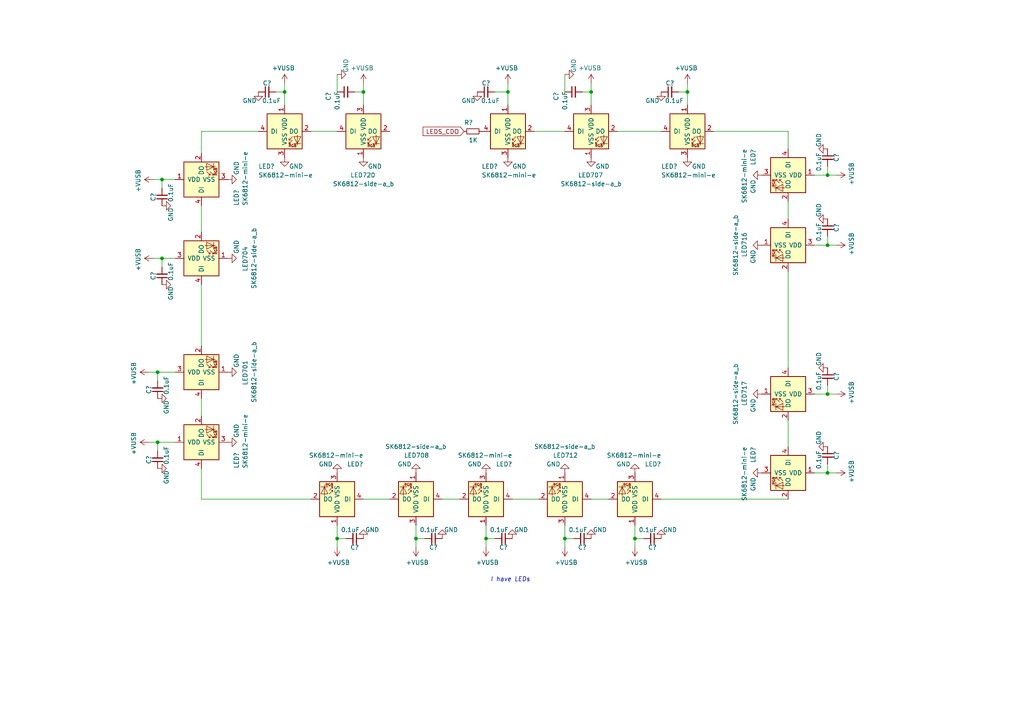
<source format=kicad_sch>
(kicad_sch
	(version 20231120)
	(generator "eeschema")
	(generator_version "8.0")
	(uuid "90758ff8-2eb0-4ed7-a6e9-d97935fe0348")
	(paper "A4")
	(lib_symbols
		(symbol "Device:C_Small"
			(pin_numbers hide)
			(pin_names
				(offset 0.254) hide)
			(exclude_from_sim no)
			(in_bom yes)
			(on_board yes)
			(property "Reference" "C"
				(at 0.254 1.778 0)
				(effects
					(font
						(size 1.27 1.27)
					)
					(justify left)
				)
			)
			(property "Value" "C_Small"
				(at 0.254 -2.032 0)
				(effects
					(font
						(size 1.27 1.27)
					)
					(justify left)
				)
			)
			(property "Footprint" ""
				(at 0 0 0)
				(effects
					(font
						(size 1.27 1.27)
					)
					(hide yes)
				)
			)
			(property "Datasheet" "~"
				(at 0 0 0)
				(effects
					(font
						(size 1.27 1.27)
					)
					(hide yes)
				)
			)
			(property "Description" "Unpolarized capacitor, small symbol"
				(at 0 0 0)
				(effects
					(font
						(size 1.27 1.27)
					)
					(hide yes)
				)
			)
			(property "ki_keywords" "capacitor cap"
				(at 0 0 0)
				(effects
					(font
						(size 1.27 1.27)
					)
					(hide yes)
				)
			)
			(property "ki_fp_filters" "C_*"
				(at 0 0 0)
				(effects
					(font
						(size 1.27 1.27)
					)
					(hide yes)
				)
			)
			(symbol "C_Small_0_1"
				(polyline
					(pts
						(xy -1.524 -0.508) (xy 1.524 -0.508)
					)
					(stroke
						(width 0.3302)
						(type default)
					)
					(fill
						(type none)
					)
				)
				(polyline
					(pts
						(xy -1.524 0.508) (xy 1.524 0.508)
					)
					(stroke
						(width 0.3048)
						(type default)
					)
					(fill
						(type none)
					)
				)
			)
			(symbol "C_Small_1_1"
				(pin passive line
					(at 0 2.54 270)
					(length 2.032)
					(name "~"
						(effects
							(font
								(size 1.27 1.27)
							)
						)
					)
					(number "1"
						(effects
							(font
								(size 1.27 1.27)
							)
						)
					)
				)
				(pin passive line
					(at 0 -2.54 90)
					(length 2.032)
					(name "~"
						(effects
							(font
								(size 1.27 1.27)
							)
						)
					)
					(number "2"
						(effects
							(font
								(size 1.27 1.27)
							)
						)
					)
				)
			)
		)
		(symbol "Device:R_Small"
			(pin_numbers hide)
			(pin_names
				(offset 0.254) hide)
			(exclude_from_sim no)
			(in_bom yes)
			(on_board yes)
			(property "Reference" "R"
				(at 0.762 0.508 0)
				(effects
					(font
						(size 1.27 1.27)
					)
					(justify left)
				)
			)
			(property "Value" "R_Small"
				(at 0.762 -1.016 0)
				(effects
					(font
						(size 1.27 1.27)
					)
					(justify left)
				)
			)
			(property "Footprint" ""
				(at 0 0 0)
				(effects
					(font
						(size 1.27 1.27)
					)
					(hide yes)
				)
			)
			(property "Datasheet" "~"
				(at 0 0 0)
				(effects
					(font
						(size 1.27 1.27)
					)
					(hide yes)
				)
			)
			(property "Description" "Resistor, small symbol"
				(at 0 0 0)
				(effects
					(font
						(size 1.27 1.27)
					)
					(hide yes)
				)
			)
			(property "ki_keywords" "R resistor"
				(at 0 0 0)
				(effects
					(font
						(size 1.27 1.27)
					)
					(hide yes)
				)
			)
			(property "ki_fp_filters" "R_*"
				(at 0 0 0)
				(effects
					(font
						(size 1.27 1.27)
					)
					(hide yes)
				)
			)
			(symbol "R_Small_0_1"
				(rectangle
					(start -0.762 1.778)
					(end 0.762 -1.778)
					(stroke
						(width 0.2032)
						(type default)
					)
					(fill
						(type none)
					)
				)
			)
			(symbol "R_Small_1_1"
				(pin passive line
					(at 0 2.54 270)
					(length 0.762)
					(name "~"
						(effects
							(font
								(size 1.27 1.27)
							)
						)
					)
					(number "1"
						(effects
							(font
								(size 1.27 1.27)
							)
						)
					)
				)
				(pin passive line
					(at 0 -2.54 90)
					(length 0.762)
					(name "~"
						(effects
							(font
								(size 1.27 1.27)
							)
						)
					)
					(number "2"
						(effects
							(font
								(size 1.27 1.27)
							)
						)
					)
				)
			)
		)
		(symbol "dp-LED:SK6812-mini-e"
			(pin_names
				(offset 1.016)
			)
			(exclude_from_sim no)
			(in_bom yes)
			(on_board yes)
			(property "Reference" "LED"
				(at 11.43 -5.08 0)
				(effects
					(font
						(size 1.27 1.27)
					)
				)
			)
			(property "Value" "SK6812-mini-e"
				(at 11.43 -7.62 0)
				(effects
					(font
						(size 1.27 1.27)
					)
				)
			)
			(property "Footprint" "dp-LED:SK6812-mini-e"
				(at 13.97 -10.16 0)
				(effects
					(font
						(size 1.27 1.27)
					)
					(hide yes)
				)
			)
			(property "Datasheet" ""
				(at 0 0 0)
				(effects
					(font
						(size 1.27 1.27)
					)
					(hide yes)
				)
			)
			(property "Description" ""
				(at 0 0 0)
				(effects
					(font
						(size 1.27 1.27)
					)
					(hide yes)
				)
			)
			(symbol "SK6812-mini-e_1_1"
				(polyline
					(pts
						(xy 1.27 -3.556) (xy 1.778 -3.556)
					)
					(stroke
						(width 0)
						(type solid)
					)
					(fill
						(type none)
					)
				)
				(polyline
					(pts
						(xy 1.27 -2.54) (xy 1.778 -2.54)
					)
					(stroke
						(width 0)
						(type solid)
					)
					(fill
						(type none)
					)
				)
				(polyline
					(pts
						(xy 4.699 -3.556) (xy 2.667 -3.556)
					)
					(stroke
						(width 0)
						(type solid)
					)
					(fill
						(type none)
					)
				)
				(polyline
					(pts
						(xy 2.286 -2.54) (xy 1.27 -3.556) (xy 1.27 -3.048)
					)
					(stroke
						(width 0)
						(type solid)
					)
					(fill
						(type none)
					)
				)
				(polyline
					(pts
						(xy 2.286 -1.524) (xy 1.27 -2.54) (xy 1.27 -2.032)
					)
					(stroke
						(width 0)
						(type solid)
					)
					(fill
						(type none)
					)
				)
				(polyline
					(pts
						(xy 3.683 -1.016) (xy 3.683 -3.556) (xy 3.683 -4.064)
					)
					(stroke
						(width 0)
						(type solid)
					)
					(fill
						(type none)
					)
				)
				(polyline
					(pts
						(xy 4.699 -1.524) (xy 2.667 -1.524) (xy 3.683 -3.556) (xy 4.699 -1.524)
					)
					(stroke
						(width 0)
						(type solid)
					)
					(fill
						(type none)
					)
				)
				(rectangle
					(start 5.08 5.08)
					(end -5.08 -5.08)
					(stroke
						(width 0.254)
						(type solid)
					)
					(fill
						(type background)
					)
				)
				(text "RGB"
					(at 2.286 -4.191 0)
					(effects
						(font
							(size 0.762 0.762)
						)
					)
				)
				(pin power_in line
					(at 0 7.62 270)
					(length 2.54)
					(name "VDD"
						(effects
							(font
								(size 1.27 1.27)
							)
						)
					)
					(number "1"
						(effects
							(font
								(size 1.27 1.27)
							)
						)
					)
				)
				(pin output line
					(at 7.62 0 180)
					(length 2.54)
					(name "DO"
						(effects
							(font
								(size 1.27 1.27)
							)
						)
					)
					(number "2"
						(effects
							(font
								(size 1.27 1.27)
							)
						)
					)
				)
				(pin power_in line
					(at 0 -7.62 90)
					(length 2.54)
					(name "VSS"
						(effects
							(font
								(size 1.27 1.27)
							)
						)
					)
					(number "3"
						(effects
							(font
								(size 1.27 1.27)
							)
						)
					)
				)
				(pin input line
					(at -7.62 0 0)
					(length 2.54)
					(name "DI"
						(effects
							(font
								(size 1.27 1.27)
							)
						)
					)
					(number "4"
						(effects
							(font
								(size 1.27 1.27)
							)
						)
					)
				)
			)
		)
		(symbol "dp-LED:SK6812-side-a_b"
			(pin_names
				(offset 1.016)
			)
			(exclude_from_sim no)
			(in_bom yes)
			(on_board yes)
			(property "Reference" "LED"
				(at 12.7 -5.08 0)
				(effects
					(font
						(size 1.27 1.27)
					)
				)
			)
			(property "Value" "SK6812-side-a_b"
				(at 12.7 -7.62 0)
				(effects
					(font
						(size 1.27 1.27)
					)
				)
			)
			(property "Footprint" "dp-LED:SK6812-side-a_b"
				(at 0 0 0)
				(effects
					(font
						(size 1.27 1.27)
					)
					(hide yes)
				)
			)
			(property "Datasheet" ""
				(at 0 0 0)
				(effects
					(font
						(size 1.27 1.27)
					)
					(hide yes)
				)
			)
			(property "Description" ""
				(at 0 0 0)
				(effects
					(font
						(size 1.27 1.27)
					)
					(hide yes)
				)
			)
			(symbol "SK6812-side-a_b_1_1"
				(polyline
					(pts
						(xy 1.27 -3.556) (xy 1.778 -3.556)
					)
					(stroke
						(width 0)
						(type solid)
					)
					(fill
						(type none)
					)
				)
				(polyline
					(pts
						(xy 1.27 -2.54) (xy 1.778 -2.54)
					)
					(stroke
						(width 0)
						(type solid)
					)
					(fill
						(type none)
					)
				)
				(polyline
					(pts
						(xy 4.699 -3.556) (xy 2.667 -3.556)
					)
					(stroke
						(width 0)
						(type solid)
					)
					(fill
						(type none)
					)
				)
				(polyline
					(pts
						(xy 2.286 -2.54) (xy 1.27 -3.556) (xy 1.27 -3.048)
					)
					(stroke
						(width 0)
						(type solid)
					)
					(fill
						(type none)
					)
				)
				(polyline
					(pts
						(xy 2.286 -1.524) (xy 1.27 -2.54) (xy 1.27 -2.032)
					)
					(stroke
						(width 0)
						(type solid)
					)
					(fill
						(type none)
					)
				)
				(polyline
					(pts
						(xy 3.683 -1.016) (xy 3.683 -3.556) (xy 3.683 -4.064)
					)
					(stroke
						(width 0)
						(type solid)
					)
					(fill
						(type none)
					)
				)
				(polyline
					(pts
						(xy 4.699 -1.524) (xy 2.667 -1.524) (xy 3.683 -3.556) (xy 4.699 -1.524)
					)
					(stroke
						(width 0)
						(type solid)
					)
					(fill
						(type none)
					)
				)
				(rectangle
					(start 5.08 5.08)
					(end -5.08 -5.08)
					(stroke
						(width 0.254)
						(type solid)
					)
					(fill
						(type background)
					)
				)
				(text "RGB"
					(at 2.286 -4.191 0)
					(effects
						(font
							(size 0.762 0.762)
						)
					)
				)
				(pin power_in line
					(at 0 -7.62 90)
					(length 2.54)
					(name "VSS"
						(effects
							(font
								(size 1.27 1.27)
							)
						)
					)
					(number "1"
						(effects
							(font
								(size 1.27 1.27)
							)
						)
					)
				)
				(pin output line
					(at 7.62 0 180)
					(length 2.54)
					(name "DO"
						(effects
							(font
								(size 1.27 1.27)
							)
						)
					)
					(number "2"
						(effects
							(font
								(size 1.27 1.27)
							)
						)
					)
				)
				(pin power_in line
					(at 0 7.62 270)
					(length 2.54)
					(name "VDD"
						(effects
							(font
								(size 1.27 1.27)
							)
						)
					)
					(number "3"
						(effects
							(font
								(size 1.27 1.27)
							)
						)
					)
				)
				(pin input line
					(at -7.62 0 0)
					(length 2.54)
					(name "DI"
						(effects
							(font
								(size 1.27 1.27)
							)
						)
					)
					(number "4"
						(effects
							(font
								(size 1.27 1.27)
							)
						)
					)
				)
			)
		)
		(symbol "dp-power:+VUSB"
			(power)
			(pin_names
				(offset 1.016)
			)
			(exclude_from_sim no)
			(in_bom yes)
			(on_board yes)
			(property "Reference" "#PWR"
				(at 0 0 0)
				(effects
					(font
						(size 1.27 1.27)
					)
					(hide yes)
				)
			)
			(property "Value" "+VUSB"
				(at 0 5.08 0)
				(effects
					(font
						(size 1.27 1.27)
					)
				)
			)
			(property "Footprint" ""
				(at 0 0 0)
				(effects
					(font
						(size 1.27 1.27)
					)
					(hide yes)
				)
			)
			(property "Datasheet" ""
				(at 0 0 0)
				(effects
					(font
						(size 1.27 1.27)
					)
					(hide yes)
				)
			)
			(property "Description" ""
				(at 0 0 0)
				(effects
					(font
						(size 1.27 1.27)
					)
					(hide yes)
				)
			)
			(property "ki_keywords" "power-flag"
				(at 0 0 0)
				(effects
					(font
						(size 1.27 1.27)
					)
					(hide yes)
				)
			)
			(symbol "+VUSB_0_1"
				(polyline
					(pts
						(xy 0 0) (xy 0 2.54)
					)
					(stroke
						(width 0)
						(type solid)
					)
					(fill
						(type none)
					)
				)
				(polyline
					(pts
						(xy 0 2.54) (xy -0.762 1.27)
					)
					(stroke
						(width 0)
						(type solid)
					)
					(fill
						(type none)
					)
				)
				(polyline
					(pts
						(xy 0 2.54) (xy 0.762 1.27)
					)
					(stroke
						(width 0)
						(type solid)
					)
					(fill
						(type none)
					)
				)
			)
			(symbol "+VUSB_1_1"
				(pin power_in line
					(at 0 0 90)
					(length 0) hide
					(name "+VUSB"
						(effects
							(font
								(size 1.27 1.27)
							)
						)
					)
					(number "1"
						(effects
							(font
								(size 1.27 1.27)
							)
						)
					)
				)
			)
		)
		(symbol "power:GND"
			(power)
			(pin_names
				(offset 0)
			)
			(exclude_from_sim no)
			(in_bom yes)
			(on_board yes)
			(property "Reference" "#PWR"
				(at 0 -6.35 0)
				(effects
					(font
						(size 1.27 1.27)
					)
					(hide yes)
				)
			)
			(property "Value" "GND"
				(at 0 -3.81 0)
				(effects
					(font
						(size 1.27 1.27)
					)
				)
			)
			(property "Footprint" ""
				(at 0 0 0)
				(effects
					(font
						(size 1.27 1.27)
					)
					(hide yes)
				)
			)
			(property "Datasheet" ""
				(at 0 0 0)
				(effects
					(font
						(size 1.27 1.27)
					)
					(hide yes)
				)
			)
			(property "Description" "Power symbol creates a global label with name \"GND\" , ground"
				(at 0 0 0)
				(effects
					(font
						(size 1.27 1.27)
					)
					(hide yes)
				)
			)
			(property "ki_keywords" "global power"
				(at 0 0 0)
				(effects
					(font
						(size 1.27 1.27)
					)
					(hide yes)
				)
			)
			(symbol "GND_0_1"
				(polyline
					(pts
						(xy 0 0) (xy 0 -1.27) (xy 1.27 -1.27) (xy 0 -2.54) (xy -1.27 -1.27) (xy 0 -1.27)
					)
					(stroke
						(width 0)
						(type default)
					)
					(fill
						(type none)
					)
				)
			)
			(symbol "GND_1_1"
				(pin power_in line
					(at 0 0 270)
					(length 0) hide
					(name "GND"
						(effects
							(font
								(size 1.27 1.27)
							)
						)
					)
					(number "1"
						(effects
							(font
								(size 1.27 1.27)
							)
						)
					)
				)
			)
		)
	)
	(junction
		(at 199.39 26.67)
		(diameter 0)
		(color 0 0 0 0)
		(uuid "21c0081f-0800-4f78-8df3-258a32dfe1ee")
	)
	(junction
		(at 140.97 156.21)
		(diameter 0)
		(color 0 0 0 0)
		(uuid "2f19144b-7026-4536-9254-e91500e2fd03")
	)
	(junction
		(at 171.45 26.67)
		(diameter 0)
		(color 0 0 0 0)
		(uuid "2fd85613-aa45-4cd5-bbe8-c1508a15ab53")
	)
	(junction
		(at 147.32 26.67)
		(diameter 0)
		(color 0 0 0 0)
		(uuid "300fc48f-c449-4cc2-8437-f0223c2d65aa")
	)
	(junction
		(at 240.03 137.16)
		(diameter 0)
		(color 0 0 0 0)
		(uuid "319d17f5-f6ac-4a74-9a35-8d1d65669027")
	)
	(junction
		(at 105.41 26.67)
		(diameter 0)
		(color 0 0 0 0)
		(uuid "36de976d-a021-46b8-9679-838df41524a8")
	)
	(junction
		(at 184.15 156.21)
		(diameter 0)
		(color 0 0 0 0)
		(uuid "3af95e57-3d2a-40a6-8ac3-cc7e41e128a9")
	)
	(junction
		(at 82.55 26.67)
		(diameter 0)
		(color 0 0 0 0)
		(uuid "6ce302aa-bce9-49d8-b5bb-6408d26b669e")
	)
	(junction
		(at 240.03 114.3)
		(diameter 0)
		(color 0 0 0 0)
		(uuid "863cc2ac-7056-4047-b585-ece355c57479")
	)
	(junction
		(at 45.72 107.95)
		(diameter 0)
		(color 0 0 0 0)
		(uuid "870a2f92-8896-4c19-bdff-96c807cdcc61")
	)
	(junction
		(at 46.99 74.93)
		(diameter 0)
		(color 0 0 0 0)
		(uuid "8a820d40-4a37-4fdc-9083-1d166655cad7")
	)
	(junction
		(at 46.99 52.07)
		(diameter 0)
		(color 0 0 0 0)
		(uuid "b5913a40-9a4f-416a-a90e-3d151c3f7e72")
	)
	(junction
		(at 97.79 156.21)
		(diameter 0)
		(color 0 0 0 0)
		(uuid "b9298824-5608-4ddc-a967-1f67a46c7519")
	)
	(junction
		(at 240.03 50.8)
		(diameter 0)
		(color 0 0 0 0)
		(uuid "bbcac661-28b6-4dd2-8425-af17ed941fdb")
	)
	(junction
		(at 120.65 156.21)
		(diameter 0)
		(color 0 0 0 0)
		(uuid "cf79e0c3-ff3d-4f15-9412-1ec317d18614")
	)
	(junction
		(at 163.83 156.21)
		(diameter 0)
		(color 0 0 0 0)
		(uuid "d62f9f70-2558-4188-916b-bc7383056b02")
	)
	(junction
		(at 45.72 128.27)
		(diameter 0)
		(color 0 0 0 0)
		(uuid "e1c391f8-0e35-4c28-acf2-9c88d189daa1")
	)
	(junction
		(at 240.03 71.12)
		(diameter 0)
		(color 0 0 0 0)
		(uuid "f417c14e-f3e4-412e-a17a-dd9f5885cce2")
	)
	(wire
		(pts
			(xy 240.03 48.26) (xy 240.03 50.8)
		)
		(stroke
			(width 0)
			(type default)
		)
		(uuid "05502d35-4775-4394-9c65-603cca1dd177")
	)
	(wire
		(pts
			(xy 228.6 129.54) (xy 228.6 121.92)
		)
		(stroke
			(width 0)
			(type default)
		)
		(uuid "0fc6f50e-e3d7-438e-a64e-3f4ea3e6a9e9")
	)
	(wire
		(pts
			(xy 240.03 71.12) (xy 236.22 71.12)
		)
		(stroke
			(width 0)
			(type default)
		)
		(uuid "10b0b475-0f11-43bf-a409-9d31433e8bd0")
	)
	(wire
		(pts
			(xy 148.59 144.78) (xy 156.21 144.78)
		)
		(stroke
			(width 0)
			(type default)
		)
		(uuid "132bec1b-dcb7-495d-a7e0-f45ac68f6f00")
	)
	(wire
		(pts
			(xy 196.85 26.67) (xy 199.39 26.67)
		)
		(stroke
			(width 0)
			(type default)
		)
		(uuid "1404ff1b-71ce-45b4-a08a-ef9edffe6993")
	)
	(wire
		(pts
			(xy 240.03 111.76) (xy 240.03 114.3)
		)
		(stroke
			(width 0)
			(type default)
		)
		(uuid "1406bd12-3531-422e-adbd-878e8abd2ae9")
	)
	(wire
		(pts
			(xy 58.42 82.55) (xy 58.42 100.33)
		)
		(stroke
			(width 0)
			(type default)
		)
		(uuid "16a47d75-d3aa-465a-8beb-eb9d981d974d")
	)
	(wire
		(pts
			(xy 199.39 24.13) (xy 199.39 26.67)
		)
		(stroke
			(width 0)
			(type default)
		)
		(uuid "1b0d4259-f512-423e-963a-19e9202d815c")
	)
	(wire
		(pts
			(xy 179.07 38.1) (xy 191.77 38.1)
		)
		(stroke
			(width 0)
			(type default)
		)
		(uuid "224a16cd-1234-47ec-ba73-526d9a214742")
	)
	(wire
		(pts
			(xy 58.42 44.45) (xy 58.42 38.1)
		)
		(stroke
			(width 0)
			(type default)
		)
		(uuid "26d06953-109d-4d32-b1c8-aac37960b906")
	)
	(wire
		(pts
			(xy 140.97 156.21) (xy 140.97 152.4)
		)
		(stroke
			(width 0)
			(type default)
		)
		(uuid "27fbf0d2-09b6-4748-8ade-5c84b410017b")
	)
	(wire
		(pts
			(xy 46.99 77.47) (xy 46.99 74.93)
		)
		(stroke
			(width 0)
			(type default)
		)
		(uuid "29c294e0-30d6-4991-b019-11adbddeb1c2")
	)
	(wire
		(pts
			(xy 163.83 156.21) (xy 163.83 152.4)
		)
		(stroke
			(width 0)
			(type default)
		)
		(uuid "2c765a38-a6eb-46b9-a3ad-8200fdb18200")
	)
	(wire
		(pts
			(xy 184.15 158.75) (xy 184.15 156.21)
		)
		(stroke
			(width 0)
			(type default)
		)
		(uuid "2d1c8af8-c2c7-47c3-8cfd-f0af5c2e552f")
	)
	(wire
		(pts
			(xy 154.94 38.1) (xy 163.83 38.1)
		)
		(stroke
			(width 0)
			(type default)
		)
		(uuid "3083b895-07e3-478d-986f-c3bff929ebd5")
	)
	(wire
		(pts
			(xy 45.72 110.49) (xy 45.72 107.95)
		)
		(stroke
			(width 0)
			(type default)
		)
		(uuid "3717881f-7448-4694-aa9f-b3ffeaef2445")
	)
	(wire
		(pts
			(xy 228.6 58.42) (xy 228.6 63.5)
		)
		(stroke
			(width 0)
			(type default)
		)
		(uuid "38ecc365-45b2-4529-827b-ed76f7432f87")
	)
	(wire
		(pts
			(xy 45.72 107.95) (xy 50.8 107.95)
		)
		(stroke
			(width 0)
			(type default)
		)
		(uuid "3b67e951-bff0-4990-8efb-5515a974a60e")
	)
	(wire
		(pts
			(xy 143.51 156.21) (xy 140.97 156.21)
		)
		(stroke
			(width 0)
			(type default)
		)
		(uuid "3b84b2e1-056e-44b8-a616-4ae771a30c76")
	)
	(wire
		(pts
			(xy 228.6 78.74) (xy 228.6 106.68)
		)
		(stroke
			(width 0)
			(type default)
		)
		(uuid "3ef3f526-5004-43de-ac06-a2925c681f3d")
	)
	(wire
		(pts
			(xy 147.32 26.67) (xy 147.32 30.48)
		)
		(stroke
			(width 0)
			(type default)
		)
		(uuid "45c4f1e9-8b21-496c-a208-046069224c38")
	)
	(wire
		(pts
			(xy 133.35 144.78) (xy 128.27 144.78)
		)
		(stroke
			(width 0)
			(type default)
		)
		(uuid "4a36e537-8001-4ffb-ab17-24c50d5d8a56")
	)
	(wire
		(pts
			(xy 105.41 24.13) (xy 105.41 26.67)
		)
		(stroke
			(width 0)
			(type default)
		)
		(uuid "4d44e773-427a-4761-8198-04b9605eadff")
	)
	(wire
		(pts
			(xy 58.42 59.69) (xy 58.42 67.31)
		)
		(stroke
			(width 0)
			(type default)
		)
		(uuid "4de41f5b-8534-44e5-823d-7a0160b76c37")
	)
	(wire
		(pts
			(xy 43.18 107.95) (xy 45.72 107.95)
		)
		(stroke
			(width 0)
			(type default)
		)
		(uuid "52b6b9aa-15ca-4188-9634-207d3c1edc9a")
	)
	(wire
		(pts
			(xy 140.97 158.75) (xy 140.97 156.21)
		)
		(stroke
			(width 0)
			(type default)
		)
		(uuid "55bf5b62-6ca8-49ff-be79-703c501bed8b")
	)
	(wire
		(pts
			(xy 46.99 52.07) (xy 50.8 52.07)
		)
		(stroke
			(width 0)
			(type default)
		)
		(uuid "562691e6-df03-4cdd-b3a0-2dfbba4cfbfa")
	)
	(wire
		(pts
			(xy 123.19 156.21) (xy 120.65 156.21)
		)
		(stroke
			(width 0)
			(type default)
		)
		(uuid "5a4ce2ed-f256-4ed1-9bb1-3975b2399337")
	)
	(wire
		(pts
			(xy 97.79 156.21) (xy 97.79 152.4)
		)
		(stroke
			(width 0)
			(type default)
		)
		(uuid "5c22b1a5-73ec-4eab-bd17-e53ba12dae64")
	)
	(wire
		(pts
			(xy 97.79 158.75) (xy 97.79 156.21)
		)
		(stroke
			(width 0)
			(type default)
		)
		(uuid "5c5c4fc9-38fa-4a26-8299-800ba903bf97")
	)
	(wire
		(pts
			(xy 45.72 130.81) (xy 45.72 128.27)
		)
		(stroke
			(width 0)
			(type default)
		)
		(uuid "5c69d0fe-1d27-411e-b0af-b1a35940a6dc")
	)
	(wire
		(pts
			(xy 120.65 156.21) (xy 120.65 152.4)
		)
		(stroke
			(width 0)
			(type default)
		)
		(uuid "653609ed-bef5-482b-b3e6-390187970003")
	)
	(wire
		(pts
			(xy 97.79 26.67) (xy 97.79 21.59)
		)
		(stroke
			(width 0)
			(type default)
		)
		(uuid "6ca618a5-61f2-4853-a56b-44c4c1996cff")
	)
	(wire
		(pts
			(xy 80.01 26.67) (xy 82.55 26.67)
		)
		(stroke
			(width 0)
			(type default)
		)
		(uuid "7031d301-4dc4-44c3-8b07-6528a069446f")
	)
	(wire
		(pts
			(xy 147.32 24.13) (xy 147.32 26.67)
		)
		(stroke
			(width 0)
			(type default)
		)
		(uuid "72e678a5-db91-41d8-87c7-fb1d4d64af26")
	)
	(wire
		(pts
			(xy 168.91 26.67) (xy 171.45 26.67)
		)
		(stroke
			(width 0)
			(type default)
		)
		(uuid "7406758b-5cfe-4e96-8df3-15e673664410")
	)
	(wire
		(pts
			(xy 242.57 114.3) (xy 240.03 114.3)
		)
		(stroke
			(width 0)
			(type default)
		)
		(uuid "7519eedd-6333-4366-9960-dda135b9a337")
	)
	(wire
		(pts
			(xy 186.69 156.21) (xy 184.15 156.21)
		)
		(stroke
			(width 0)
			(type default)
		)
		(uuid "7b689e0c-b427-4900-8ab8-4c93cf003edb")
	)
	(wire
		(pts
			(xy 105.41 26.67) (xy 105.41 30.48)
		)
		(stroke
			(width 0)
			(type default)
		)
		(uuid "7b9dcb80-8e1d-4e35-9c99-72c66765f4b6")
	)
	(wire
		(pts
			(xy 58.42 135.89) (xy 58.42 144.78)
		)
		(stroke
			(width 0)
			(type default)
		)
		(uuid "7d4c1a44-4dfb-4266-a605-d4d1f7c26f77")
	)
	(wire
		(pts
			(xy 120.65 158.75) (xy 120.65 156.21)
		)
		(stroke
			(width 0)
			(type default)
		)
		(uuid "7dcc42df-a7d6-4819-9569-3a6b27b147f1")
	)
	(wire
		(pts
			(xy 242.57 71.12) (xy 240.03 71.12)
		)
		(stroke
			(width 0)
			(type default)
		)
		(uuid "852785ee-030d-475a-8908-d23e88643b70")
	)
	(wire
		(pts
			(xy 44.45 52.07) (xy 46.99 52.07)
		)
		(stroke
			(width 0)
			(type default)
		)
		(uuid "93dc4358-ae83-4f77-a8ad-60fcc5adca75")
	)
	(wire
		(pts
			(xy 100.33 156.21) (xy 97.79 156.21)
		)
		(stroke
			(width 0)
			(type default)
		)
		(uuid "95e7967b-b7a6-4094-8a1c-c7fef5232b82")
	)
	(wire
		(pts
			(xy 228.6 43.18) (xy 228.6 38.1)
		)
		(stroke
			(width 0)
			(type default)
		)
		(uuid "97c34340-7832-41be-92d5-e093e9de85a7")
	)
	(wire
		(pts
			(xy 171.45 24.13) (xy 171.45 26.67)
		)
		(stroke
			(width 0)
			(type default)
		)
		(uuid "9b99ea8a-c156-4d2a-8ce5-496e77886ae7")
	)
	(wire
		(pts
			(xy 102.87 26.67) (xy 105.41 26.67)
		)
		(stroke
			(width 0)
			(type default)
		)
		(uuid "9c690486-aa74-4e94-a503-b7ddfc1b5d9b")
	)
	(wire
		(pts
			(xy 44.45 74.93) (xy 46.99 74.93)
		)
		(stroke
			(width 0)
			(type default)
		)
		(uuid "a2fcfe95-e129-4a2a-ae9e-5c75396393cd")
	)
	(wire
		(pts
			(xy 240.03 68.58) (xy 240.03 71.12)
		)
		(stroke
			(width 0)
			(type default)
		)
		(uuid "a40e8bda-df3b-41c7-af22-8afac5e486ff")
	)
	(wire
		(pts
			(xy 176.53 144.78) (xy 171.45 144.78)
		)
		(stroke
			(width 0)
			(type default)
		)
		(uuid "a41ff41e-ae21-4acb-928d-260db589fc56")
	)
	(wire
		(pts
			(xy 82.55 24.13) (xy 82.55 26.67)
		)
		(stroke
			(width 0)
			(type default)
		)
		(uuid "a72847f0-6d28-4823-98e9-54846d12c178")
	)
	(wire
		(pts
			(xy 240.03 137.16) (xy 236.22 137.16)
		)
		(stroke
			(width 0)
			(type default)
		)
		(uuid "ac231222-3e36-4932-a21b-38e92f72b88c")
	)
	(wire
		(pts
			(xy 184.15 156.21) (xy 184.15 152.4)
		)
		(stroke
			(width 0)
			(type default)
		)
		(uuid "b0c55200-c825-4ab5-a799-7d14eff6dfb5")
	)
	(wire
		(pts
			(xy 163.83 26.67) (xy 163.83 21.59)
		)
		(stroke
			(width 0)
			(type default)
		)
		(uuid "b29fbf1b-a25c-4b44-99c1-610f3c279e5f")
	)
	(wire
		(pts
			(xy 46.99 54.61) (xy 46.99 52.07)
		)
		(stroke
			(width 0)
			(type default)
		)
		(uuid "b98308a8-b6bb-4391-afa2-194b699c75b4")
	)
	(wire
		(pts
			(xy 171.45 26.67) (xy 171.45 30.48)
		)
		(stroke
			(width 0)
			(type default)
		)
		(uuid "bfe79ef8-b547-4902-b5dc-4df07beae7c6")
	)
	(wire
		(pts
			(xy 90.17 144.78) (xy 58.42 144.78)
		)
		(stroke
			(width 0)
			(type default)
		)
		(uuid "c26aabdf-536b-4c4e-8b01-7b2abff57141")
	)
	(wire
		(pts
			(xy 166.37 156.21) (xy 163.83 156.21)
		)
		(stroke
			(width 0)
			(type default)
		)
		(uuid "c5ad947c-ef44-4e8c-8ea0-976918ae05da")
	)
	(wire
		(pts
			(xy 199.39 26.67) (xy 199.39 30.48)
		)
		(stroke
			(width 0)
			(type default)
		)
		(uuid "c8af62dd-6e6c-4041-9f38-b2bc6b8c7858")
	)
	(wire
		(pts
			(xy 58.42 120.65) (xy 58.42 115.57)
		)
		(stroke
			(width 0)
			(type default)
		)
		(uuid "ccf3c5f8-7b00-4b77-acec-45ea03268292")
	)
	(wire
		(pts
			(xy 43.18 128.27) (xy 45.72 128.27)
		)
		(stroke
			(width 0)
			(type default)
		)
		(uuid "d01755b9-572a-4619-84cc-02b2a1bb3fae")
	)
	(wire
		(pts
			(xy 207.01 38.1) (xy 228.6 38.1)
		)
		(stroke
			(width 0)
			(type default)
		)
		(uuid "d3406ff9-55c2-4b77-870f-16ee29e7665e")
	)
	(wire
		(pts
			(xy 46.99 74.93) (xy 50.8 74.93)
		)
		(stroke
			(width 0)
			(type default)
		)
		(uuid "d73b0446-0345-4ed3-8a97-dcf33ba4b437")
	)
	(wire
		(pts
			(xy 58.42 38.1) (xy 74.93 38.1)
		)
		(stroke
			(width 0)
			(type default)
		)
		(uuid "dc80ec3a-1d27-485e-a7c9-6c3c8a06672e")
	)
	(wire
		(pts
			(xy 242.57 137.16) (xy 240.03 137.16)
		)
		(stroke
			(width 0)
			(type default)
		)
		(uuid "dcc34f76-f7df-4c14-870f-25e8130f24fa")
	)
	(wire
		(pts
			(xy 191.77 144.78) (xy 228.6 144.78)
		)
		(stroke
			(width 0)
			(type default)
		)
		(uuid "df54cd7a-b201-4429-a8c7-43ad47614595")
	)
	(wire
		(pts
			(xy 45.72 128.27) (xy 50.8 128.27)
		)
		(stroke
			(width 0)
			(type default)
		)
		(uuid "e19a92c6-826b-49ca-abf3-bdde76f478bf")
	)
	(wire
		(pts
			(xy 82.55 26.67) (xy 82.55 30.48)
		)
		(stroke
			(width 0)
			(type default)
		)
		(uuid "e4bf7a4f-9c11-4b13-91f7-389c7200d387")
	)
	(wire
		(pts
			(xy 105.41 144.78) (xy 113.03 144.78)
		)
		(stroke
			(width 0)
			(type default)
		)
		(uuid "e4ef4958-763c-4f44-bc28-963bd085c308")
	)
	(wire
		(pts
			(xy 163.83 158.75) (xy 163.83 156.21)
		)
		(stroke
			(width 0)
			(type default)
		)
		(uuid "e851f0b3-09ab-44e2-9c32-aa15b421c641")
	)
	(wire
		(pts
			(xy 143.51 26.67) (xy 147.32 26.67)
		)
		(stroke
			(width 0)
			(type default)
		)
		(uuid "efa92a39-a15f-473e-9ede-76173b8e2e8f")
	)
	(wire
		(pts
			(xy 240.03 114.3) (xy 236.22 114.3)
		)
		(stroke
			(width 0)
			(type default)
		)
		(uuid "f31799c7-2243-4c58-b55b-cdd9e9d761e9")
	)
	(wire
		(pts
			(xy 90.17 38.1) (xy 97.79 38.1)
		)
		(stroke
			(width 0)
			(type default)
		)
		(uuid "f4d76d8c-3d40-476e-b63b-6ba9cc2c7089")
	)
	(wire
		(pts
			(xy 240.03 50.8) (xy 236.22 50.8)
		)
		(stroke
			(width 0)
			(type default)
		)
		(uuid "f5b0d965-1b0f-4db0-8905-ac65254837c4")
	)
	(wire
		(pts
			(xy 242.57 50.8) (xy 240.03 50.8)
		)
		(stroke
			(width 0)
			(type default)
		)
		(uuid "f7082490-8243-4192-a195-455a9410800d")
	)
	(wire
		(pts
			(xy 240.03 134.62) (xy 240.03 137.16)
		)
		(stroke
			(width 0)
			(type default)
		)
		(uuid "fe4d19b9-2d0c-4f2d-8f89-fb19d83ca6dd")
	)
	(text "I have LEDs"
		(exclude_from_sim no)
		(at 142.24 168.91 0)
		(effects
			(font
				(size 1.27 1.27)
				(italic yes)
			)
			(justify left bottom)
		)
		(uuid "ef4fc7de-9bae-4f63-817a-63c33b9cc89a")
	)
	(global_label "LEDS_CDO"
		(shape input)
		(at 134.62 38.1 180)
		(effects
			(font
				(size 1.27 1.27)
			)
			(justify right)
		)
		(uuid "c940f6bc-7ceb-4c8c-90f8-5a61e41d2730")
		(property "Intersheetrefs" "${INTERSHEET_REFS}"
			(at 134.62 38.1 0)
			(effects
				(font
					(size 1.27 1.27)
				)
				(hide yes)
			)
		)
	)
	(symbol
		(lib_id "dp-power:+VUSB")
		(at 44.45 74.93 90)
		(unit 1)
		(exclude_from_sim no)
		(in_bom yes)
		(on_board yes)
		(dnp no)
		(uuid "00000000-0000-0000-0000-000060ee0dc7")
		(property "Reference" "#PWR?"
			(at 44.45 74.93 0)
			(effects
				(font
					(size 1.27 1.27)
				)
				(hide yes)
			)
		)
		(property "Value" "+VUSB"
			(at 40.0558 75.311 0)
			(effects
				(font
					(size 1.27 1.27)
				)
			)
		)
		(property "Footprint" ""
			(at 44.45 74.93 0)
			(effects
				(font
					(size 1.27 1.27)
				)
				(hide yes)
			)
		)
		(property "Datasheet" ""
			(at 44.45 74.93 0)
			(effects
				(font
					(size 1.27 1.27)
				)
				(hide yes)
			)
		)
		(property "Description" ""
			(at 44.45 74.93 0)
			(effects
				(font
					(size 1.27 1.27)
				)
				(hide yes)
			)
		)
		(pin "1"
			(uuid "25f5ac65-54c8-4db9-bed2-d7df1db4a538")
		)
		(instances
			(project "REV0"
				(path "/1f56410a-eaac-4444-b0f7-cfd3531e22ac"
					(reference "#PWR?")
					(unit 1)
				)
				(path "/1f56410a-eaac-4444-b0f7-cfd3531e22ac/00000000-0000-0000-0000-000060edd46d"
					(reference "#PWR0704")
					(unit 1)
				)
			)
		)
	)
	(symbol
		(lib_id "power:GND")
		(at 46.99 82.55 90)
		(unit 1)
		(exclude_from_sim no)
		(in_bom yes)
		(on_board yes)
		(dnp no)
		(uuid "00000000-0000-0000-0000-000060ee0dcd")
		(property "Reference" "#PWR?"
			(at 53.34 82.55 0)
			(effects
				(font
					(size 1.27 1.27)
				)
				(hide yes)
			)
		)
		(property "Value" "GND"
			(at 49.53 85.09 0)
			(effects
				(font
					(size 1.27 1.27)
				)
			)
		)
		(property "Footprint" ""
			(at 46.99 82.55 0)
			(effects
				(font
					(size 1.27 1.27)
				)
				(hide yes)
			)
		)
		(property "Datasheet" ""
			(at 46.99 82.55 0)
			(effects
				(font
					(size 1.27 1.27)
				)
				(hide yes)
			)
		)
		(property "Description" ""
			(at 46.99 82.55 0)
			(effects
				(font
					(size 1.27 1.27)
				)
				(hide yes)
			)
		)
		(pin "1"
			(uuid "fee862ee-e58c-4b76-8179-0a677876611f")
		)
		(instances
			(project "REV0"
				(path "/1f56410a-eaac-4444-b0f7-cfd3531e22ac"
					(reference "#PWR?")
					(unit 1)
				)
				(path "/1f56410a-eaac-4444-b0f7-cfd3531e22ac/00000000-0000-0000-0000-000060edd46d"
					(reference "#PWR0708")
					(unit 1)
				)
			)
		)
	)
	(symbol
		(lib_id "Device:C_Small")
		(at 46.99 80.01 180)
		(unit 1)
		(exclude_from_sim no)
		(in_bom yes)
		(on_board yes)
		(dnp no)
		(uuid "00000000-0000-0000-0000-000060ee0dd5")
		(property "Reference" "C?"
			(at 44.45 80.01 90)
			(effects
				(font
					(size 1.27 1.27)
				)
			)
		)
		(property "Value" "0.1uF"
			(at 49.53 78.74 90)
			(effects
				(font
					(size 1.27 1.27)
				)
			)
		)
		(property "Footprint" "Capacitor_SMD:C_0402_1005Metric"
			(at 46.99 80.01 0)
			(effects
				(font
					(size 1.27 1.27)
				)
				(hide yes)
			)
		)
		(property "Datasheet" "~"
			(at 46.99 80.01 0)
			(effects
				(font
					(size 1.27 1.27)
				)
				(hide yes)
			)
		)
		(property "Description" ""
			(at 46.99 80.01 0)
			(effects
				(font
					(size 1.27 1.27)
				)
				(hide yes)
			)
		)
		(property "RMB" "0.00628"
			(at 46.99 80.01 0)
			(effects
				(font
					(size 1.27 1.27)
				)
				(hide yes)
			)
		)
		(property "Supplier" "https://item.szlcsc.com/1877.html"
			(at 46.99 80.01 0)
			(effects
				(font
					(size 1.27 1.27)
				)
				(hide yes)
			)
		)
		(pin "1"
			(uuid "58bed7ef-e544-4ef1-be49-d9b0cf3a5fa8")
		)
		(pin "2"
			(uuid "d0395662-ac62-4d42-8f55-c4244b388afd")
		)
		(instances
			(project "REV0"
				(path "/1f56410a-eaac-4444-b0f7-cfd3531e22ac"
					(reference "C?")
					(unit 1)
				)
				(path "/1f56410a-eaac-4444-b0f7-cfd3531e22ac/00000000-0000-0000-0000-000060edd46d"
					(reference "C704")
					(unit 1)
				)
			)
		)
	)
	(symbol
		(lib_id "power:GND")
		(at 66.04 74.93 90)
		(unit 1)
		(exclude_from_sim no)
		(in_bom yes)
		(on_board yes)
		(dnp no)
		(uuid "00000000-0000-0000-0000-000060ee0ddb")
		(property "Reference" "#PWR?"
			(at 72.39 74.93 0)
			(effects
				(font
					(size 1.27 1.27)
				)
				(hide yes)
			)
		)
		(property "Value" "GND"
			(at 68.58 73.66 0)
			(effects
				(font
					(size 1.27 1.27)
				)
				(justify left)
			)
		)
		(property "Footprint" ""
			(at 66.04 74.93 0)
			(effects
				(font
					(size 1.27 1.27)
				)
				(hide yes)
			)
		)
		(property "Datasheet" ""
			(at 66.04 74.93 0)
			(effects
				(font
					(size 1.27 1.27)
				)
				(hide yes)
			)
		)
		(property "Description" ""
			(at 66.04 74.93 0)
			(effects
				(font
					(size 1.27 1.27)
				)
				(hide yes)
			)
		)
		(pin "1"
			(uuid "60fbf640-87d0-4ff5-a697-9cfbc43faf14")
		)
		(instances
			(project "REV0"
				(path "/1f56410a-eaac-4444-b0f7-cfd3531e22ac"
					(reference "#PWR?")
					(unit 1)
				)
				(path "/1f56410a-eaac-4444-b0f7-cfd3531e22ac/00000000-0000-0000-0000-000060edd46d"
					(reference "#PWR0712")
					(unit 1)
				)
			)
		)
	)
	(symbol
		(lib_id "dp-power:+VUSB")
		(at 44.45 52.07 90)
		(unit 1)
		(exclude_from_sim no)
		(in_bom yes)
		(on_board yes)
		(dnp no)
		(uuid "00000000-0000-0000-0000-000060ee0de8")
		(property "Reference" "#PWR?"
			(at 44.45 52.07 0)
			(effects
				(font
					(size 1.27 1.27)
				)
				(hide yes)
			)
		)
		(property "Value" "+VUSB"
			(at 40.0558 52.451 0)
			(effects
				(font
					(size 1.27 1.27)
				)
			)
		)
		(property "Footprint" ""
			(at 44.45 52.07 0)
			(effects
				(font
					(size 1.27 1.27)
				)
				(hide yes)
			)
		)
		(property "Datasheet" ""
			(at 44.45 52.07 0)
			(effects
				(font
					(size 1.27 1.27)
				)
				(hide yes)
			)
		)
		(property "Description" ""
			(at 44.45 52.07 0)
			(effects
				(font
					(size 1.27 1.27)
				)
				(hide yes)
			)
		)
		(pin "1"
			(uuid "c77759fa-2678-4ae9-9939-11725ca592bd")
		)
		(instances
			(project "REV0"
				(path "/1f56410a-eaac-4444-b0f7-cfd3531e22ac"
					(reference "#PWR?")
					(unit 1)
				)
				(path "/1f56410a-eaac-4444-b0f7-cfd3531e22ac/00000000-0000-0000-0000-000060edd46d"
					(reference "#PWR0703")
					(unit 1)
				)
			)
		)
	)
	(symbol
		(lib_id "power:GND")
		(at 46.99 59.69 90)
		(unit 1)
		(exclude_from_sim no)
		(in_bom yes)
		(on_board yes)
		(dnp no)
		(uuid "00000000-0000-0000-0000-000060ee0dee")
		(property "Reference" "#PWR?"
			(at 53.34 59.69 0)
			(effects
				(font
					(size 1.27 1.27)
				)
				(hide yes)
			)
		)
		(property "Value" "GND"
			(at 49.53 62.23 0)
			(effects
				(font
					(size 1.27 1.27)
				)
			)
		)
		(property "Footprint" ""
			(at 46.99 59.69 0)
			(effects
				(font
					(size 1.27 1.27)
				)
				(hide yes)
			)
		)
		(property "Datasheet" ""
			(at 46.99 59.69 0)
			(effects
				(font
					(size 1.27 1.27)
				)
				(hide yes)
			)
		)
		(property "Description" ""
			(at 46.99 59.69 0)
			(effects
				(font
					(size 1.27 1.27)
				)
				(hide yes)
			)
		)
		(pin "1"
			(uuid "abd73315-fc9d-4786-a307-fcc98f595b91")
		)
		(instances
			(project "REV0"
				(path "/1f56410a-eaac-4444-b0f7-cfd3531e22ac"
					(reference "#PWR?")
					(unit 1)
				)
				(path "/1f56410a-eaac-4444-b0f7-cfd3531e22ac/00000000-0000-0000-0000-000060edd46d"
					(reference "#PWR0707")
					(unit 1)
				)
			)
		)
	)
	(symbol
		(lib_id "Device:C_Small")
		(at 46.99 57.15 180)
		(unit 1)
		(exclude_from_sim no)
		(in_bom yes)
		(on_board yes)
		(dnp no)
		(uuid "00000000-0000-0000-0000-000060ee0df6")
		(property "Reference" "C?"
			(at 44.45 57.15 90)
			(effects
				(font
					(size 1.27 1.27)
				)
			)
		)
		(property "Value" "0.1uF"
			(at 49.53 55.88 90)
			(effects
				(font
					(size 1.27 1.27)
				)
			)
		)
		(property "Footprint" "Capacitor_SMD:C_0402_1005Metric"
			(at 46.99 57.15 0)
			(effects
				(font
					(size 1.27 1.27)
				)
				(hide yes)
			)
		)
		(property "Datasheet" "~"
			(at 46.99 57.15 0)
			(effects
				(font
					(size 1.27 1.27)
				)
				(hide yes)
			)
		)
		(property "Description" ""
			(at 46.99 57.15 0)
			(effects
				(font
					(size 1.27 1.27)
				)
				(hide yes)
			)
		)
		(property "RMB" "0.00628"
			(at 46.99 57.15 0)
			(effects
				(font
					(size 1.27 1.27)
				)
				(hide yes)
			)
		)
		(property "Supplier" "https://item.szlcsc.com/1877.html"
			(at 46.99 57.15 0)
			(effects
				(font
					(size 1.27 1.27)
				)
				(hide yes)
			)
		)
		(pin "1"
			(uuid "ef6f8aee-fbd8-4f0e-a547-02910ea34015")
		)
		(pin "2"
			(uuid "7c7f8909-39bf-40cf-b831-de2823b71cc6")
		)
		(instances
			(project "REV0"
				(path "/1f56410a-eaac-4444-b0f7-cfd3531e22ac"
					(reference "C?")
					(unit 1)
				)
				(path "/1f56410a-eaac-4444-b0f7-cfd3531e22ac/00000000-0000-0000-0000-000060edd46d"
					(reference "C703")
					(unit 1)
				)
			)
		)
	)
	(symbol
		(lib_id "power:GND")
		(at 66.04 52.07 90)
		(unit 1)
		(exclude_from_sim no)
		(in_bom yes)
		(on_board yes)
		(dnp no)
		(uuid "00000000-0000-0000-0000-000060ee0dfc")
		(property "Reference" "#PWR?"
			(at 72.39 52.07 0)
			(effects
				(font
					(size 1.27 1.27)
				)
				(hide yes)
			)
		)
		(property "Value" "GND"
			(at 68.58 50.8 0)
			(effects
				(font
					(size 1.27 1.27)
				)
				(justify left)
			)
		)
		(property "Footprint" ""
			(at 66.04 52.07 0)
			(effects
				(font
					(size 1.27 1.27)
				)
				(hide yes)
			)
		)
		(property "Datasheet" ""
			(at 66.04 52.07 0)
			(effects
				(font
					(size 1.27 1.27)
				)
				(hide yes)
			)
		)
		(property "Description" ""
			(at 66.04 52.07 0)
			(effects
				(font
					(size 1.27 1.27)
				)
				(hide yes)
			)
		)
		(pin "1"
			(uuid "02d7cdb2-df1b-41aa-bc30-a8cf401c75f2")
		)
		(instances
			(project "REV0"
				(path "/1f56410a-eaac-4444-b0f7-cfd3531e22ac"
					(reference "#PWR?")
					(unit 1)
				)
				(path "/1f56410a-eaac-4444-b0f7-cfd3531e22ac/00000000-0000-0000-0000-000060edd46d"
					(reference "#PWR0711")
					(unit 1)
				)
			)
		)
	)
	(symbol
		(lib_id "dp-LED:SK6812-mini-e")
		(at 58.42 52.07 90)
		(unit 1)
		(exclude_from_sim no)
		(in_bom yes)
		(on_board yes)
		(dnp no)
		(uuid "00000000-0000-0000-0000-000060ee0e12")
		(property "Reference" "LED?"
			(at 68.58 59.69 0)
			(effects
				(font
					(size 1.27 1.27)
				)
				(justify left)
			)
		)
		(property "Value" "SK6812-mini-e"
			(at 71.12 59.69 0)
			(effects
				(font
					(size 1.27 1.27)
				)
				(justify left)
			)
		)
		(property "Footprint" "dp-LED:SK6812-mini-e"
			(at 68.58 38.1 0)
			(effects
				(font
					(size 1.27 1.27)
				)
				(hide yes)
			)
		)
		(property "Datasheet" ""
			(at 58.42 52.07 0)
			(effects
				(font
					(size 1.27 1.27)
				)
				(hide yes)
			)
		)
		(property "Description" ""
			(at 58.42 52.07 0)
			(effects
				(font
					(size 1.27 1.27)
				)
				(hide yes)
			)
		)
		(property "RMB" "0.5296"
			(at 58.42 52.07 0)
			(effects
				(font
					(size 1.27 1.27)
				)
				(hide yes)
			)
		)
		(property "Supplier" "https://item.szlcsc.com/542109.html"
			(at 58.42 52.07 0)
			(effects
				(font
					(size 1.27 1.27)
				)
				(hide yes)
			)
		)
		(pin "1"
			(uuid "c7a0bcad-f0fe-4cd3-b8d6-bc206b075096")
		)
		(pin "2"
			(uuid "a44ee650-c65f-4f69-ae58-e3c54f9e5f65")
		)
		(pin "3"
			(uuid "32ff01a3-cc80-4618-ba36-4fbed252bdd0")
		)
		(pin "4"
			(uuid "3975bb19-f729-496f-82a5-799617eee567")
		)
		(instances
			(project "REV0"
				(path "/1f56410a-eaac-4444-b0f7-cfd3531e22ac"
					(reference "LED?")
					(unit 1)
				)
				(path "/1f56410a-eaac-4444-b0f7-cfd3531e22ac/00000000-0000-0000-0000-00005f46fad3"
					(reference "LED?")
					(unit 1)
				)
				(path "/1f56410a-eaac-4444-b0f7-cfd3531e22ac/00000000-0000-0000-0000-000060edd46d"
					(reference "LED703")
					(unit 1)
				)
			)
		)
	)
	(symbol
		(lib_id "dp-power:+VUSB")
		(at 82.55 24.13 0)
		(unit 1)
		(exclude_from_sim no)
		(in_bom yes)
		(on_board yes)
		(dnp no)
		(uuid "00000000-0000-0000-0000-000060f0a55e")
		(property "Reference" "#PWR?"
			(at 82.55 24.13 0)
			(effects
				(font
					(size 1.27 1.27)
				)
				(hide yes)
			)
		)
		(property "Value" "+VUSB"
			(at 82.169 19.7358 0)
			(effects
				(font
					(size 1.27 1.27)
				)
			)
		)
		(property "Footprint" ""
			(at 82.55 24.13 0)
			(effects
				(font
					(size 1.27 1.27)
				)
				(hide yes)
			)
		)
		(property "Datasheet" ""
			(at 82.55 24.13 0)
			(effects
				(font
					(size 1.27 1.27)
				)
				(hide yes)
			)
		)
		(property "Description" ""
			(at 82.55 24.13 0)
			(effects
				(font
					(size 1.27 1.27)
				)
				(hide yes)
			)
		)
		(pin "1"
			(uuid "d17950f4-bea1-4e00-b7ae-83dab18597ac")
		)
		(instances
			(project "REV0"
				(path "/1f56410a-eaac-4444-b0f7-cfd3531e22ac"
					(reference "#PWR?")
					(unit 1)
				)
				(path "/1f56410a-eaac-4444-b0f7-cfd3531e22ac/00000000-0000-0000-0000-000060edd46d"
					(reference "#PWR0714")
					(unit 1)
				)
			)
		)
	)
	(symbol
		(lib_id "power:GND")
		(at 74.93 26.67 0)
		(unit 1)
		(exclude_from_sim no)
		(in_bom yes)
		(on_board yes)
		(dnp no)
		(uuid "00000000-0000-0000-0000-000060f0a564")
		(property "Reference" "#PWR?"
			(at 74.93 33.02 0)
			(effects
				(font
					(size 1.27 1.27)
				)
				(hide yes)
			)
		)
		(property "Value" "GND"
			(at 72.39 29.21 0)
			(effects
				(font
					(size 1.27 1.27)
				)
			)
		)
		(property "Footprint" ""
			(at 74.93 26.67 0)
			(effects
				(font
					(size 1.27 1.27)
				)
				(hide yes)
			)
		)
		(property "Datasheet" ""
			(at 74.93 26.67 0)
			(effects
				(font
					(size 1.27 1.27)
				)
				(hide yes)
			)
		)
		(property "Description" ""
			(at 74.93 26.67 0)
			(effects
				(font
					(size 1.27 1.27)
				)
				(hide yes)
			)
		)
		(pin "1"
			(uuid "65a5f99f-31c8-4b98-ae7c-f01fcdb65ddb")
		)
		(instances
			(project "REV0"
				(path "/1f56410a-eaac-4444-b0f7-cfd3531e22ac"
					(reference "#PWR?")
					(unit 1)
				)
				(path "/1f56410a-eaac-4444-b0f7-cfd3531e22ac/00000000-0000-0000-0000-000060edd46d"
					(reference "#PWR0713")
					(unit 1)
				)
			)
		)
	)
	(symbol
		(lib_id "power:GND")
		(at 82.55 45.72 0)
		(unit 1)
		(exclude_from_sim no)
		(in_bom yes)
		(on_board yes)
		(dnp no)
		(uuid "00000000-0000-0000-0000-000060f0a56a")
		(property "Reference" "#PWR?"
			(at 82.55 52.07 0)
			(effects
				(font
					(size 1.27 1.27)
				)
				(hide yes)
			)
		)
		(property "Value" "GND"
			(at 83.82 48.26 0)
			(effects
				(font
					(size 1.27 1.27)
				)
				(justify left)
			)
		)
		(property "Footprint" ""
			(at 82.55 45.72 0)
			(effects
				(font
					(size 1.27 1.27)
				)
				(hide yes)
			)
		)
		(property "Datasheet" ""
			(at 82.55 45.72 0)
			(effects
				(font
					(size 1.27 1.27)
				)
				(hide yes)
			)
		)
		(property "Description" ""
			(at 82.55 45.72 0)
			(effects
				(font
					(size 1.27 1.27)
				)
				(hide yes)
			)
		)
		(pin "1"
			(uuid "112c740f-046f-4491-9ea8-d117284c1e5f")
		)
		(instances
			(project "REV0"
				(path "/1f56410a-eaac-4444-b0f7-cfd3531e22ac"
					(reference "#PWR?")
					(unit 1)
				)
				(path "/1f56410a-eaac-4444-b0f7-cfd3531e22ac/00000000-0000-0000-0000-000060edd46d"
					(reference "#PWR0715")
					(unit 1)
				)
			)
		)
	)
	(symbol
		(lib_id "dp-LED:SK6812-mini-e")
		(at 82.55 38.1 0)
		(unit 1)
		(exclude_from_sim no)
		(in_bom yes)
		(on_board yes)
		(dnp no)
		(uuid "00000000-0000-0000-0000-000060f0a57a")
		(property "Reference" "LED?"
			(at 74.93 48.26 0)
			(effects
				(font
					(size 1.27 1.27)
				)
				(justify left)
			)
		)
		(property "Value" "SK6812-mini-e"
			(at 74.93 50.8 0)
			(effects
				(font
					(size 1.27 1.27)
				)
				(justify left)
			)
		)
		(property "Footprint" "dp-LED:SK6812-mini-e"
			(at 96.52 48.26 0)
			(effects
				(font
					(size 1.27 1.27)
				)
				(hide yes)
			)
		)
		(property "Datasheet" ""
			(at 82.55 38.1 0)
			(effects
				(font
					(size 1.27 1.27)
				)
				(hide yes)
			)
		)
		(property "Description" ""
			(at 82.55 38.1 0)
			(effects
				(font
					(size 1.27 1.27)
				)
				(hide yes)
			)
		)
		(property "RMB" "0.5296"
			(at 82.55 38.1 0)
			(effects
				(font
					(size 1.27 1.27)
				)
				(hide yes)
			)
		)
		(property "Supplier" "https://item.szlcsc.com/542109.html"
			(at 82.55 38.1 0)
			(effects
				(font
					(size 1.27 1.27)
				)
				(hide yes)
			)
		)
		(pin "1"
			(uuid "12091a94-67fe-498e-a5b1-018469a5fb67")
		)
		(pin "2"
			(uuid "bcdc90dc-1fdd-4daa-a7b9-6d25fbb6b1cf")
		)
		(pin "3"
			(uuid "0dd0ae27-6cff-436c-8b25-b27edca5ab35")
		)
		(pin "4"
			(uuid "3ab0de53-9060-49de-97d8-dc9dc689af23")
		)
		(instances
			(project "REV0"
				(path "/1f56410a-eaac-4444-b0f7-cfd3531e22ac"
					(reference "LED?")
					(unit 1)
				)
				(path "/1f56410a-eaac-4444-b0f7-cfd3531e22ac/00000000-0000-0000-0000-00005f46fad3"
					(reference "LED?")
					(unit 1)
				)
				(path "/1f56410a-eaac-4444-b0f7-cfd3531e22ac/00000000-0000-0000-0000-000060edd46d"
					(reference "LED705")
					(unit 1)
				)
			)
		)
	)
	(symbol
		(lib_id "Device:C_Small")
		(at 77.47 26.67 90)
		(unit 1)
		(exclude_from_sim no)
		(in_bom yes)
		(on_board yes)
		(dnp no)
		(uuid "00000000-0000-0000-0000-000060f0a582")
		(property "Reference" "C?"
			(at 77.47 24.13 90)
			(effects
				(font
					(size 1.27 1.27)
				)
			)
		)
		(property "Value" "0.1uF"
			(at 78.74 29.21 90)
			(effects
				(font
					(size 1.27 1.27)
				)
			)
		)
		(property "Footprint" "Capacitor_SMD:C_0402_1005Metric"
			(at 77.47 26.67 0)
			(effects
				(font
					(size 1.27 1.27)
				)
				(hide yes)
			)
		)
		(property "Datasheet" "~"
			(at 77.47 26.67 0)
			(effects
				(font
					(size 1.27 1.27)
				)
				(hide yes)
			)
		)
		(property "Description" ""
			(at 77.47 26.67 0)
			(effects
				(font
					(size 1.27 1.27)
				)
				(hide yes)
			)
		)
		(property "RMB" "0.00628"
			(at 77.47 26.67 0)
			(effects
				(font
					(size 1.27 1.27)
				)
				(hide yes)
			)
		)
		(property "Supplier" "https://item.szlcsc.com/1877.html"
			(at 77.47 26.67 0)
			(effects
				(font
					(size 1.27 1.27)
				)
				(hide yes)
			)
		)
		(pin "1"
			(uuid "376a7d13-684b-4234-bf2b-6073b092517b")
		)
		(pin "2"
			(uuid "5381599b-c2d9-4cb9-9535-0653ec2f652f")
		)
		(instances
			(project "REV0"
				(path "/1f56410a-eaac-4444-b0f7-cfd3531e22ac"
					(reference "C?")
					(unit 1)
				)
				(path "/1f56410a-eaac-4444-b0f7-cfd3531e22ac/00000000-0000-0000-0000-000060edd46d"
					(reference "C705")
					(unit 1)
				)
			)
		)
	)
	(symbol
		(lib_id "dp-power:+VUSB")
		(at 199.39 24.13 0)
		(unit 1)
		(exclude_from_sim no)
		(in_bom yes)
		(on_board yes)
		(dnp no)
		(uuid "00000000-0000-0000-0000-000060f19331")
		(property "Reference" "#PWR?"
			(at 199.39 24.13 0)
			(effects
				(font
					(size 1.27 1.27)
				)
				(hide yes)
			)
		)
		(property "Value" "+VUSB"
			(at 199.009 19.7358 0)
			(effects
				(font
					(size 1.27 1.27)
				)
			)
		)
		(property "Footprint" ""
			(at 199.39 24.13 0)
			(effects
				(font
					(size 1.27 1.27)
				)
				(hide yes)
			)
		)
		(property "Datasheet" ""
			(at 199.39 24.13 0)
			(effects
				(font
					(size 1.27 1.27)
				)
				(hide yes)
			)
		)
		(property "Description" ""
			(at 199.39 24.13 0)
			(effects
				(font
					(size 1.27 1.27)
				)
				(hide yes)
			)
		)
		(pin "1"
			(uuid "25293fc9-815d-457a-8b7e-2fe85dd027b2")
		)
		(instances
			(project "REV0"
				(path "/1f56410a-eaac-4444-b0f7-cfd3531e22ac"
					(reference "#PWR?")
					(unit 1)
				)
				(path "/1f56410a-eaac-4444-b0f7-cfd3531e22ac/00000000-0000-0000-0000-000060edd46d"
					(reference "#PWR0738")
					(unit 1)
				)
			)
		)
	)
	(symbol
		(lib_id "power:GND")
		(at 191.77 26.67 0)
		(unit 1)
		(exclude_from_sim no)
		(in_bom yes)
		(on_board yes)
		(dnp no)
		(uuid "00000000-0000-0000-0000-000060f19337")
		(property "Reference" "#PWR?"
			(at 191.77 33.02 0)
			(effects
				(font
					(size 1.27 1.27)
				)
				(hide yes)
			)
		)
		(property "Value" "GND"
			(at 189.23 29.21 0)
			(effects
				(font
					(size 1.27 1.27)
				)
			)
		)
		(property "Footprint" ""
			(at 191.77 26.67 0)
			(effects
				(font
					(size 1.27 1.27)
				)
				(hide yes)
			)
		)
		(property "Datasheet" ""
			(at 191.77 26.67 0)
			(effects
				(font
					(size 1.27 1.27)
				)
				(hide yes)
			)
		)
		(property "Description" ""
			(at 191.77 26.67 0)
			(effects
				(font
					(size 1.27 1.27)
				)
				(hide yes)
			)
		)
		(pin "1"
			(uuid "7d54728f-af5a-438c-9037-383266d31fa7")
		)
		(instances
			(project "REV0"
				(path "/1f56410a-eaac-4444-b0f7-cfd3531e22ac"
					(reference "#PWR?")
					(unit 1)
				)
				(path "/1f56410a-eaac-4444-b0f7-cfd3531e22ac/00000000-0000-0000-0000-000060edd46d"
					(reference "#PWR0737")
					(unit 1)
				)
			)
		)
	)
	(symbol
		(lib_id "power:GND")
		(at 199.39 45.72 0)
		(unit 1)
		(exclude_from_sim no)
		(in_bom yes)
		(on_board yes)
		(dnp no)
		(uuid "00000000-0000-0000-0000-000060f1933d")
		(property "Reference" "#PWR?"
			(at 199.39 52.07 0)
			(effects
				(font
					(size 1.27 1.27)
				)
				(hide yes)
			)
		)
		(property "Value" "GND"
			(at 200.66 48.26 0)
			(effects
				(font
					(size 1.27 1.27)
				)
				(justify left)
			)
		)
		(property "Footprint" ""
			(at 199.39 45.72 0)
			(effects
				(font
					(size 1.27 1.27)
				)
				(hide yes)
			)
		)
		(property "Datasheet" ""
			(at 199.39 45.72 0)
			(effects
				(font
					(size 1.27 1.27)
				)
				(hide yes)
			)
		)
		(property "Description" ""
			(at 199.39 45.72 0)
			(effects
				(font
					(size 1.27 1.27)
				)
				(hide yes)
			)
		)
		(pin "1"
			(uuid "9c2f0882-09a0-4bdc-84ab-8ec5677b3696")
		)
		(instances
			(project "REV0"
				(path "/1f56410a-eaac-4444-b0f7-cfd3531e22ac"
					(reference "#PWR?")
					(unit 1)
				)
				(path "/1f56410a-eaac-4444-b0f7-cfd3531e22ac/00000000-0000-0000-0000-000060edd46d"
					(reference "#PWR0739")
					(unit 1)
				)
			)
		)
	)
	(symbol
		(lib_id "dp-LED:SK6812-mini-e")
		(at 199.39 38.1 0)
		(unit 1)
		(exclude_from_sim no)
		(in_bom yes)
		(on_board yes)
		(dnp no)
		(uuid "00000000-0000-0000-0000-000060f19345")
		(property "Reference" "LED?"
			(at 191.77 48.26 0)
			(effects
				(font
					(size 1.27 1.27)
				)
				(justify left)
			)
		)
		(property "Value" "SK6812-mini-e"
			(at 191.77 50.8 0)
			(effects
				(font
					(size 1.27 1.27)
				)
				(justify left)
			)
		)
		(property "Footprint" "dp-LED:SK6812-mini-e"
			(at 213.36 48.26 0)
			(effects
				(font
					(size 1.27 1.27)
				)
				(hide yes)
			)
		)
		(property "Datasheet" ""
			(at 199.39 38.1 0)
			(effects
				(font
					(size 1.27 1.27)
				)
				(hide yes)
			)
		)
		(property "Description" ""
			(at 199.39 38.1 0)
			(effects
				(font
					(size 1.27 1.27)
				)
				(hide yes)
			)
		)
		(property "RMB" "0.5296"
			(at 199.39 38.1 0)
			(effects
				(font
					(size 1.27 1.27)
				)
				(hide yes)
			)
		)
		(property "Supplier" "https://item.szlcsc.com/542109.html"
			(at 199.39 38.1 0)
			(effects
				(font
					(size 1.27 1.27)
				)
				(hide yes)
			)
		)
		(pin "1"
			(uuid "6c5b05b0-578a-4b0b-8819-ea40150ae99f")
		)
		(pin "2"
			(uuid "69ec3315-c6c6-47de-b844-eee2190e447c")
		)
		(pin "3"
			(uuid "00cecf1c-80de-47d5-8786-4dec862ee620")
		)
		(pin "4"
			(uuid "99877854-2d2a-4f28-a273-d037017aff61")
		)
		(instances
			(project "REV0"
				(path "/1f56410a-eaac-4444-b0f7-cfd3531e22ac"
					(reference "LED?")
					(unit 1)
				)
				(path "/1f56410a-eaac-4444-b0f7-cfd3531e22ac/00000000-0000-0000-0000-00005f46fad3"
					(reference "LED?")
					(unit 1)
				)
				(path "/1f56410a-eaac-4444-b0f7-cfd3531e22ac/00000000-0000-0000-0000-000060edd46d"
					(reference "LED713")
					(unit 1)
				)
			)
		)
	)
	(symbol
		(lib_id "Device:C_Small")
		(at 194.31 26.67 90)
		(unit 1)
		(exclude_from_sim no)
		(in_bom yes)
		(on_board yes)
		(dnp no)
		(uuid "00000000-0000-0000-0000-000060f1934d")
		(property "Reference" "C?"
			(at 194.31 24.13 90)
			(effects
				(font
					(size 1.27 1.27)
				)
			)
		)
		(property "Value" "0.1uF"
			(at 195.58 29.21 90)
			(effects
				(font
					(size 1.27 1.27)
				)
			)
		)
		(property "Footprint" "Capacitor_SMD:C_0402_1005Metric"
			(at 194.31 26.67 0)
			(effects
				(font
					(size 1.27 1.27)
				)
				(hide yes)
			)
		)
		(property "Datasheet" "~"
			(at 194.31 26.67 0)
			(effects
				(font
					(size 1.27 1.27)
				)
				(hide yes)
			)
		)
		(property "Description" ""
			(at 194.31 26.67 0)
			(effects
				(font
					(size 1.27 1.27)
				)
				(hide yes)
			)
		)
		(property "RMB" "0.00628"
			(at 194.31 26.67 0)
			(effects
				(font
					(size 1.27 1.27)
				)
				(hide yes)
			)
		)
		(property "Supplier" "https://item.szlcsc.com/1877.html"
			(at 194.31 26.67 0)
			(effects
				(font
					(size 1.27 1.27)
				)
				(hide yes)
			)
		)
		(pin "1"
			(uuid "358ce52e-b0bc-4bbf-88a7-fd53e90d7b8c")
		)
		(pin "2"
			(uuid "a27ecf4a-9dd2-4091-9f89-d1d62a79b28e")
		)
		(instances
			(project "REV0"
				(path "/1f56410a-eaac-4444-b0f7-cfd3531e22ac"
					(reference "C?")
					(unit 1)
				)
				(path "/1f56410a-eaac-4444-b0f7-cfd3531e22ac/00000000-0000-0000-0000-000060edd46d"
					(reference "C713")
					(unit 1)
				)
			)
		)
	)
	(symbol
		(lib_id "dp-power:+VUSB")
		(at 242.57 71.12 270)
		(unit 1)
		(exclude_from_sim no)
		(in_bom yes)
		(on_board yes)
		(dnp no)
		(uuid "00000000-0000-0000-0000-000060f31081")
		(property "Reference" "#PWR?"
			(at 242.57 71.12 0)
			(effects
				(font
					(size 1.27 1.27)
				)
				(hide yes)
			)
		)
		(property "Value" "+VUSB"
			(at 246.9642 70.739 0)
			(effects
				(font
					(size 1.27 1.27)
				)
			)
		)
		(property "Footprint" ""
			(at 242.57 71.12 0)
			(effects
				(font
					(size 1.27 1.27)
				)
				(hide yes)
			)
		)
		(property "Datasheet" ""
			(at 242.57 71.12 0)
			(effects
				(font
					(size 1.27 1.27)
				)
				(hide yes)
			)
		)
		(property "Description" ""
			(at 242.57 71.12 0)
			(effects
				(font
					(size 1.27 1.27)
				)
				(hide yes)
			)
		)
		(pin "1"
			(uuid "1e1dd063-029a-471c-9e21-d557c4ac1387")
		)
		(instances
			(project "REV0"
				(path "/1f56410a-eaac-4444-b0f7-cfd3531e22ac"
					(reference "#PWR?")
					(unit 1)
				)
				(path "/1f56410a-eaac-4444-b0f7-cfd3531e22ac/00000000-0000-0000-0000-000060edd46d"
					(reference "#PWR0752")
					(unit 1)
				)
			)
		)
	)
	(symbol
		(lib_id "power:GND")
		(at 240.03 63.5 270)
		(unit 1)
		(exclude_from_sim no)
		(in_bom yes)
		(on_board yes)
		(dnp no)
		(uuid "00000000-0000-0000-0000-000060f31087")
		(property "Reference" "#PWR?"
			(at 233.68 63.5 0)
			(effects
				(font
					(size 1.27 1.27)
				)
				(hide yes)
			)
		)
		(property "Value" "GND"
			(at 237.49 60.96 0)
			(effects
				(font
					(size 1.27 1.27)
				)
			)
		)
		(property "Footprint" ""
			(at 240.03 63.5 0)
			(effects
				(font
					(size 1.27 1.27)
				)
				(hide yes)
			)
		)
		(property "Datasheet" ""
			(at 240.03 63.5 0)
			(effects
				(font
					(size 1.27 1.27)
				)
				(hide yes)
			)
		)
		(property "Description" ""
			(at 240.03 63.5 0)
			(effects
				(font
					(size 1.27 1.27)
				)
				(hide yes)
			)
		)
		(pin "1"
			(uuid "fe24f973-153a-417d-a14b-ae543016ca2d")
		)
		(instances
			(project "REV0"
				(path "/1f56410a-eaac-4444-b0f7-cfd3531e22ac"
					(reference "#PWR?")
					(unit 1)
				)
				(path "/1f56410a-eaac-4444-b0f7-cfd3531e22ac/00000000-0000-0000-0000-000060edd46d"
					(reference "#PWR0748")
					(unit 1)
				)
			)
		)
	)
	(symbol
		(lib_id "Device:C_Small")
		(at 240.03 66.04 0)
		(unit 1)
		(exclude_from_sim no)
		(in_bom yes)
		(on_board yes)
		(dnp no)
		(uuid "00000000-0000-0000-0000-000060f3108f")
		(property "Reference" "C?"
			(at 242.57 66.04 90)
			(effects
				(font
					(size 1.27 1.27)
				)
			)
		)
		(property "Value" "0.1uF"
			(at 237.49 67.31 90)
			(effects
				(font
					(size 1.27 1.27)
				)
			)
		)
		(property "Footprint" "Capacitor_SMD:C_0402_1005Metric"
			(at 240.03 66.04 0)
			(effects
				(font
					(size 1.27 1.27)
				)
				(hide yes)
			)
		)
		(property "Datasheet" "~"
			(at 240.03 66.04 0)
			(effects
				(font
					(size 1.27 1.27)
				)
				(hide yes)
			)
		)
		(property "Description" ""
			(at 240.03 66.04 0)
			(effects
				(font
					(size 1.27 1.27)
				)
				(hide yes)
			)
		)
		(property "RMB" "0.00628"
			(at 240.03 66.04 0)
			(effects
				(font
					(size 1.27 1.27)
				)
				(hide yes)
			)
		)
		(property "Supplier" "https://item.szlcsc.com/1877.html"
			(at 240.03 66.04 0)
			(effects
				(font
					(size 1.27 1.27)
				)
				(hide yes)
			)
		)
		(pin "1"
			(uuid "fbfc247c-7d1f-4851-9836-8947f27d28bd")
		)
		(pin "2"
			(uuid "100acd86-8231-4eea-ba16-80d89249f322")
		)
		(instances
			(project "REV0"
				(path "/1f56410a-eaac-4444-b0f7-cfd3531e22ac"
					(reference "C?")
					(unit 1)
				)
				(path "/1f56410a-eaac-4444-b0f7-cfd3531e22ac/00000000-0000-0000-0000-000060edd46d"
					(reference "C716")
					(unit 1)
				)
			)
		)
	)
	(symbol
		(lib_id "power:GND")
		(at 220.98 71.12 270)
		(unit 1)
		(exclude_from_sim no)
		(in_bom yes)
		(on_board yes)
		(dnp no)
		(uuid "00000000-0000-0000-0000-000060f31095")
		(property "Reference" "#PWR?"
			(at 214.63 71.12 0)
			(effects
				(font
					(size 1.27 1.27)
				)
				(hide yes)
			)
		)
		(property "Value" "GND"
			(at 218.44 72.39 0)
			(effects
				(font
					(size 1.27 1.27)
				)
				(justify left)
			)
		)
		(property "Footprint" ""
			(at 220.98 71.12 0)
			(effects
				(font
					(size 1.27 1.27)
				)
				(hide yes)
			)
		)
		(property "Datasheet" ""
			(at 220.98 71.12 0)
			(effects
				(font
					(size 1.27 1.27)
				)
				(hide yes)
			)
		)
		(property "Description" ""
			(at 220.98 71.12 0)
			(effects
				(font
					(size 1.27 1.27)
				)
				(hide yes)
			)
		)
		(pin "1"
			(uuid "d3b75ee3-5624-44c2-af67-41539ba65748")
		)
		(instances
			(project "REV0"
				(path "/1f56410a-eaac-4444-b0f7-cfd3531e22ac"
					(reference "#PWR?")
					(unit 1)
				)
				(path "/1f56410a-eaac-4444-b0f7-cfd3531e22ac/00000000-0000-0000-0000-000060edd46d"
					(reference "#PWR0744")
					(unit 1)
				)
			)
		)
	)
	(symbol
		(lib_id "dp-power:+VUSB")
		(at 242.57 50.8 270)
		(unit 1)
		(exclude_from_sim no)
		(in_bom yes)
		(on_board yes)
		(dnp no)
		(uuid "00000000-0000-0000-0000-000060f3109c")
		(property "Reference" "#PWR?"
			(at 242.57 50.8 0)
			(effects
				(font
					(size 1.27 1.27)
				)
				(hide yes)
			)
		)
		(property "Value" "+VUSB"
			(at 246.9642 50.419 0)
			(effects
				(font
					(size 1.27 1.27)
				)
			)
		)
		(property "Footprint" ""
			(at 242.57 50.8 0)
			(effects
				(font
					(size 1.27 1.27)
				)
				(hide yes)
			)
		)
		(property "Datasheet" ""
			(at 242.57 50.8 0)
			(effects
				(font
					(size 1.27 1.27)
				)
				(hide yes)
			)
		)
		(property "Description" ""
			(at 242.57 50.8 0)
			(effects
				(font
					(size 1.27 1.27)
				)
				(hide yes)
			)
		)
		(pin "1"
			(uuid "1d3c22e4-db19-42cb-a24d-1747566eb24a")
		)
		(instances
			(project "REV0"
				(path "/1f56410a-eaac-4444-b0f7-cfd3531e22ac"
					(reference "#PWR?")
					(unit 1)
				)
				(path "/1f56410a-eaac-4444-b0f7-cfd3531e22ac/00000000-0000-0000-0000-000060edd46d"
					(reference "#PWR0751")
					(unit 1)
				)
			)
		)
	)
	(symbol
		(lib_id "power:GND")
		(at 240.03 43.18 270)
		(unit 1)
		(exclude_from_sim no)
		(in_bom yes)
		(on_board yes)
		(dnp no)
		(uuid "00000000-0000-0000-0000-000060f310a2")
		(property "Reference" "#PWR?"
			(at 233.68 43.18 0)
			(effects
				(font
					(size 1.27 1.27)
				)
				(hide yes)
			)
		)
		(property "Value" "GND"
			(at 237.49 40.64 0)
			(effects
				(font
					(size 1.27 1.27)
				)
			)
		)
		(property "Footprint" ""
			(at 240.03 43.18 0)
			(effects
				(font
					(size 1.27 1.27)
				)
				(hide yes)
			)
		)
		(property "Datasheet" ""
			(at 240.03 43.18 0)
			(effects
				(font
					(size 1.27 1.27)
				)
				(hide yes)
			)
		)
		(property "Description" ""
			(at 240.03 43.18 0)
			(effects
				(font
					(size 1.27 1.27)
				)
				(hide yes)
			)
		)
		(pin "1"
			(uuid "187d946e-620b-4fc6-8fcd-eabcafa90113")
		)
		(instances
			(project "REV0"
				(path "/1f56410a-eaac-4444-b0f7-cfd3531e22ac"
					(reference "#PWR?")
					(unit 1)
				)
				(path "/1f56410a-eaac-4444-b0f7-cfd3531e22ac/00000000-0000-0000-0000-000060edd46d"
					(reference "#PWR0747")
					(unit 1)
				)
			)
		)
	)
	(symbol
		(lib_id "power:GND")
		(at 220.98 50.8 270)
		(unit 1)
		(exclude_from_sim no)
		(in_bom yes)
		(on_board yes)
		(dnp no)
		(uuid "00000000-0000-0000-0000-000060f310a8")
		(property "Reference" "#PWR?"
			(at 214.63 50.8 0)
			(effects
				(font
					(size 1.27 1.27)
				)
				(hide yes)
			)
		)
		(property "Value" "GND"
			(at 218.44 52.07 0)
			(effects
				(font
					(size 1.27 1.27)
				)
				(justify left)
			)
		)
		(property "Footprint" ""
			(at 220.98 50.8 0)
			(effects
				(font
					(size 1.27 1.27)
				)
				(hide yes)
			)
		)
		(property "Datasheet" ""
			(at 220.98 50.8 0)
			(effects
				(font
					(size 1.27 1.27)
				)
				(hide yes)
			)
		)
		(property "Description" ""
			(at 220.98 50.8 0)
			(effects
				(font
					(size 1.27 1.27)
				)
				(hide yes)
			)
		)
		(pin "1"
			(uuid "458abd9d-34d0-48fe-909f-7e715be331b5")
		)
		(instances
			(project "REV0"
				(path "/1f56410a-eaac-4444-b0f7-cfd3531e22ac"
					(reference "#PWR?")
					(unit 1)
				)
				(path "/1f56410a-eaac-4444-b0f7-cfd3531e22ac/00000000-0000-0000-0000-000060edd46d"
					(reference "#PWR0743")
					(unit 1)
				)
			)
		)
	)
	(symbol
		(lib_id "dp-LED:SK6812-mini-e")
		(at 228.6 50.8 270)
		(unit 1)
		(exclude_from_sim no)
		(in_bom yes)
		(on_board yes)
		(dnp no)
		(uuid "00000000-0000-0000-0000-000060f310b8")
		(property "Reference" "LED?"
			(at 218.44 43.18 0)
			(effects
				(font
					(size 1.27 1.27)
				)
				(justify left)
			)
		)
		(property "Value" "SK6812-mini-e"
			(at 215.9 43.18 0)
			(effects
				(font
					(size 1.27 1.27)
				)
				(justify left)
			)
		)
		(property "Footprint" "dp-LED:SK6812-mini-e"
			(at 218.44 64.77 0)
			(effects
				(font
					(size 1.27 1.27)
				)
				(hide yes)
			)
		)
		(property "Datasheet" ""
			(at 228.6 50.8 0)
			(effects
				(font
					(size 1.27 1.27)
				)
				(hide yes)
			)
		)
		(property "Description" ""
			(at 228.6 50.8 0)
			(effects
				(font
					(size 1.27 1.27)
				)
				(hide yes)
			)
		)
		(property "RMB" "0.5296"
			(at 228.6 50.8 0)
			(effects
				(font
					(size 1.27 1.27)
				)
				(hide yes)
			)
		)
		(property "Supplier" "https://item.szlcsc.com/542109.html"
			(at 228.6 50.8 0)
			(effects
				(font
					(size 1.27 1.27)
				)
				(hide yes)
			)
		)
		(pin "1"
			(uuid "fa175a68-f1c0-484d-ab8d-3766098d41de")
		)
		(pin "2"
			(uuid "93523ee0-b1e0-4e81-ab3a-fa98e2c8f4a2")
		)
		(pin "3"
			(uuid "7dd315f4-21fd-4156-9675-b5a3cb069d41")
		)
		(pin "4"
			(uuid "946b5af4-caca-431c-ad07-ff375d58c23d")
		)
		(instances
			(project "REV0"
				(path "/1f56410a-eaac-4444-b0f7-cfd3531e22ac"
					(reference "LED?")
					(unit 1)
				)
				(path "/1f56410a-eaac-4444-b0f7-cfd3531e22ac/00000000-0000-0000-0000-00005f46fad3"
					(reference "LED?")
					(unit 1)
				)
				(path "/1f56410a-eaac-4444-b0f7-cfd3531e22ac/00000000-0000-0000-0000-000060edd46d"
					(reference "LED715")
					(unit 1)
				)
			)
		)
	)
	(symbol
		(lib_id "Device:C_Small")
		(at 240.03 45.72 0)
		(unit 1)
		(exclude_from_sim no)
		(in_bom yes)
		(on_board yes)
		(dnp no)
		(uuid "00000000-0000-0000-0000-000060f310c0")
		(property "Reference" "C?"
			(at 242.57 45.72 90)
			(effects
				(font
					(size 1.27 1.27)
				)
			)
		)
		(property "Value" "0.1uF"
			(at 237.49 46.99 90)
			(effects
				(font
					(size 1.27 1.27)
				)
			)
		)
		(property "Footprint" "Capacitor_SMD:C_0402_1005Metric"
			(at 240.03 45.72 0)
			(effects
				(font
					(size 1.27 1.27)
				)
				(hide yes)
			)
		)
		(property "Datasheet" "~"
			(at 240.03 45.72 0)
			(effects
				(font
					(size 1.27 1.27)
				)
				(hide yes)
			)
		)
		(property "Description" ""
			(at 240.03 45.72 0)
			(effects
				(font
					(size 1.27 1.27)
				)
				(hide yes)
			)
		)
		(property "RMB" "0.00628"
			(at 240.03 45.72 0)
			(effects
				(font
					(size 1.27 1.27)
				)
				(hide yes)
			)
		)
		(property "Supplier" "https://item.szlcsc.com/1877.html"
			(at 240.03 45.72 0)
			(effects
				(font
					(size 1.27 1.27)
				)
				(hide yes)
			)
		)
		(pin "1"
			(uuid "ff742c7c-0fa8-4c0f-afca-d0421d5b3cf5")
		)
		(pin "2"
			(uuid "65429bce-0ae6-4d70-a1fb-afc994596239")
		)
		(instances
			(project "REV0"
				(path "/1f56410a-eaac-4444-b0f7-cfd3531e22ac"
					(reference "C?")
					(unit 1)
				)
				(path "/1f56410a-eaac-4444-b0f7-cfd3531e22ac/00000000-0000-0000-0000-000060edd46d"
					(reference "C715")
					(unit 1)
				)
			)
		)
	)
	(symbol
		(lib_id "dp-power:+VUSB")
		(at 242.57 114.3 270)
		(unit 1)
		(exclude_from_sim no)
		(in_bom yes)
		(on_board yes)
		(dnp no)
		(uuid "00000000-0000-0000-0000-000060f310cf")
		(property "Reference" "#PWR?"
			(at 242.57 114.3 0)
			(effects
				(font
					(size 1.27 1.27)
				)
				(hide yes)
			)
		)
		(property "Value" "+VUSB"
			(at 246.9642 113.919 0)
			(effects
				(font
					(size 1.27 1.27)
				)
			)
		)
		(property "Footprint" ""
			(at 242.57 114.3 0)
			(effects
				(font
					(size 1.27 1.27)
				)
				(hide yes)
			)
		)
		(property "Datasheet" ""
			(at 242.57 114.3 0)
			(effects
				(font
					(size 1.27 1.27)
				)
				(hide yes)
			)
		)
		(property "Description" ""
			(at 242.57 114.3 0)
			(effects
				(font
					(size 1.27 1.27)
				)
				(hide yes)
			)
		)
		(pin "1"
			(uuid "a0d915eb-fce3-465d-bec1-9ee58ac3fcf8")
		)
		(instances
			(project "REV0"
				(path "/1f56410a-eaac-4444-b0f7-cfd3531e22ac"
					(reference "#PWR?")
					(unit 1)
				)
				(path "/1f56410a-eaac-4444-b0f7-cfd3531e22ac/00000000-0000-0000-0000-000060edd46d"
					(reference "#PWR0753")
					(unit 1)
				)
			)
		)
	)
	(symbol
		(lib_id "power:GND")
		(at 240.03 106.68 270)
		(unit 1)
		(exclude_from_sim no)
		(in_bom yes)
		(on_board yes)
		(dnp no)
		(uuid "00000000-0000-0000-0000-000060f310d5")
		(property "Reference" "#PWR?"
			(at 233.68 106.68 0)
			(effects
				(font
					(size 1.27 1.27)
				)
				(hide yes)
			)
		)
		(property "Value" "GND"
			(at 237.49 104.14 0)
			(effects
				(font
					(size 1.27 1.27)
				)
			)
		)
		(property "Footprint" ""
			(at 240.03 106.68 0)
			(effects
				(font
					(size 1.27 1.27)
				)
				(hide yes)
			)
		)
		(property "Datasheet" ""
			(at 240.03 106.68 0)
			(effects
				(font
					(size 1.27 1.27)
				)
				(hide yes)
			)
		)
		(property "Description" ""
			(at 240.03 106.68 0)
			(effects
				(font
					(size 1.27 1.27)
				)
				(hide yes)
			)
		)
		(pin "1"
			(uuid "72cbf61c-a380-44a7-aacb-f9abcd151030")
		)
		(instances
			(project "REV0"
				(path "/1f56410a-eaac-4444-b0f7-cfd3531e22ac"
					(reference "#PWR?")
					(unit 1)
				)
				(path "/1f56410a-eaac-4444-b0f7-cfd3531e22ac/00000000-0000-0000-0000-000060edd46d"
					(reference "#PWR0749")
					(unit 1)
				)
			)
		)
	)
	(symbol
		(lib_id "Device:C_Small")
		(at 240.03 109.22 0)
		(unit 1)
		(exclude_from_sim no)
		(in_bom yes)
		(on_board yes)
		(dnp no)
		(uuid "00000000-0000-0000-0000-000060f310dd")
		(property "Reference" "C?"
			(at 242.57 109.22 90)
			(effects
				(font
					(size 1.27 1.27)
				)
			)
		)
		(property "Value" "0.1uF"
			(at 237.49 110.49 90)
			(effects
				(font
					(size 1.27 1.27)
				)
			)
		)
		(property "Footprint" "Capacitor_SMD:C_0402_1005Metric"
			(at 240.03 109.22 0)
			(effects
				(font
					(size 1.27 1.27)
				)
				(hide yes)
			)
		)
		(property "Datasheet" "~"
			(at 240.03 109.22 0)
			(effects
				(font
					(size 1.27 1.27)
				)
				(hide yes)
			)
		)
		(property "Description" ""
			(at 240.03 109.22 0)
			(effects
				(font
					(size 1.27 1.27)
				)
				(hide yes)
			)
		)
		(property "RMB" "0.00628"
			(at 240.03 109.22 0)
			(effects
				(font
					(size 1.27 1.27)
				)
				(hide yes)
			)
		)
		(property "Supplier" "https://item.szlcsc.com/1877.html"
			(at 240.03 109.22 0)
			(effects
				(font
					(size 1.27 1.27)
				)
				(hide yes)
			)
		)
		(pin "1"
			(uuid "e9f2bf25-c8ca-4d29-9168-7b19d7e030f4")
		)
		(pin "2"
			(uuid "e0dd6d51-b38f-43aa-8335-9a0ef3ec9d84")
		)
		(instances
			(project "REV0"
				(path "/1f56410a-eaac-4444-b0f7-cfd3531e22ac"
					(reference "C?")
					(unit 1)
				)
				(path "/1f56410a-eaac-4444-b0f7-cfd3531e22ac/00000000-0000-0000-0000-000060edd46d"
					(reference "C717")
					(unit 1)
				)
			)
		)
	)
	(symbol
		(lib_id "power:GND")
		(at 220.98 114.3 270)
		(unit 1)
		(exclude_from_sim no)
		(in_bom yes)
		(on_board yes)
		(dnp no)
		(uuid "00000000-0000-0000-0000-000060f310e3")
		(property "Reference" "#PWR?"
			(at 214.63 114.3 0)
			(effects
				(font
					(size 1.27 1.27)
				)
				(hide yes)
			)
		)
		(property "Value" "GND"
			(at 218.44 115.57 0)
			(effects
				(font
					(size 1.27 1.27)
				)
				(justify left)
			)
		)
		(property "Footprint" ""
			(at 220.98 114.3 0)
			(effects
				(font
					(size 1.27 1.27)
				)
				(hide yes)
			)
		)
		(property "Datasheet" ""
			(at 220.98 114.3 0)
			(effects
				(font
					(size 1.27 1.27)
				)
				(hide yes)
			)
		)
		(property "Description" ""
			(at 220.98 114.3 0)
			(effects
				(font
					(size 1.27 1.27)
				)
				(hide yes)
			)
		)
		(pin "1"
			(uuid "112f3350-e9a4-4767-89b6-003733fdf5e5")
		)
		(instances
			(project "REV0"
				(path "/1f56410a-eaac-4444-b0f7-cfd3531e22ac"
					(reference "#PWR?")
					(unit 1)
				)
				(path "/1f56410a-eaac-4444-b0f7-cfd3531e22ac/00000000-0000-0000-0000-000060edd46d"
					(reference "#PWR0745")
					(unit 1)
				)
			)
		)
	)
	(symbol
		(lib_id "dp-power:+VUSB")
		(at 242.57 137.16 270)
		(unit 1)
		(exclude_from_sim no)
		(in_bom yes)
		(on_board yes)
		(dnp no)
		(uuid "00000000-0000-0000-0000-000060f31119")
		(property "Reference" "#PWR?"
			(at 242.57 137.16 0)
			(effects
				(font
					(size 1.27 1.27)
				)
				(hide yes)
			)
		)
		(property "Value" "+VUSB"
			(at 246.9642 136.779 0)
			(effects
				(font
					(size 1.27 1.27)
				)
			)
		)
		(property "Footprint" ""
			(at 242.57 137.16 0)
			(effects
				(font
					(size 1.27 1.27)
				)
				(hide yes)
			)
		)
		(property "Datasheet" ""
			(at 242.57 137.16 0)
			(effects
				(font
					(size 1.27 1.27)
				)
				(hide yes)
			)
		)
		(property "Description" ""
			(at 242.57 137.16 0)
			(effects
				(font
					(size 1.27 1.27)
				)
				(hide yes)
			)
		)
		(pin "1"
			(uuid "629a1459-2be8-4c74-b721-a66b8b3b00f5")
		)
		(instances
			(project "REV0"
				(path "/1f56410a-eaac-4444-b0f7-cfd3531e22ac"
					(reference "#PWR?")
					(unit 1)
				)
				(path "/1f56410a-eaac-4444-b0f7-cfd3531e22ac/00000000-0000-0000-0000-000060edd46d"
					(reference "#PWR0754")
					(unit 1)
				)
			)
		)
	)
	(symbol
		(lib_id "power:GND")
		(at 240.03 129.54 270)
		(unit 1)
		(exclude_from_sim no)
		(in_bom yes)
		(on_board yes)
		(dnp no)
		(uuid "00000000-0000-0000-0000-000060f3111f")
		(property "Reference" "#PWR?"
			(at 233.68 129.54 0)
			(effects
				(font
					(size 1.27 1.27)
				)
				(hide yes)
			)
		)
		(property "Value" "GND"
			(at 237.49 127 0)
			(effects
				(font
					(size 1.27 1.27)
				)
			)
		)
		(property "Footprint" ""
			(at 240.03 129.54 0)
			(effects
				(font
					(size 1.27 1.27)
				)
				(hide yes)
			)
		)
		(property "Datasheet" ""
			(at 240.03 129.54 0)
			(effects
				(font
					(size 1.27 1.27)
				)
				(hide yes)
			)
		)
		(property "Description" ""
			(at 240.03 129.54 0)
			(effects
				(font
					(size 1.27 1.27)
				)
				(hide yes)
			)
		)
		(pin "1"
			(uuid "a94a6d47-b4da-427f-8b43-2fd42874690d")
		)
		(instances
			(project "REV0"
				(path "/1f56410a-eaac-4444-b0f7-cfd3531e22ac"
					(reference "#PWR?")
					(unit 1)
				)
				(path "/1f56410a-eaac-4444-b0f7-cfd3531e22ac/00000000-0000-0000-0000-000060edd46d"
					(reference "#PWR0750")
					(unit 1)
				)
			)
		)
	)
	(symbol
		(lib_id "power:GND")
		(at 220.98 137.16 270)
		(unit 1)
		(exclude_from_sim no)
		(in_bom yes)
		(on_board yes)
		(dnp no)
		(uuid "00000000-0000-0000-0000-000060f31125")
		(property "Reference" "#PWR?"
			(at 214.63 137.16 0)
			(effects
				(font
					(size 1.27 1.27)
				)
				(hide yes)
			)
		)
		(property "Value" "GND"
			(at 218.44 138.43 0)
			(effects
				(font
					(size 1.27 1.27)
				)
				(justify left)
			)
		)
		(property "Footprint" ""
			(at 220.98 137.16 0)
			(effects
				(font
					(size 1.27 1.27)
				)
				(hide yes)
			)
		)
		(property "Datasheet" ""
			(at 220.98 137.16 0)
			(effects
				(font
					(size 1.27 1.27)
				)
				(hide yes)
			)
		)
		(property "Description" ""
			(at 220.98 137.16 0)
			(effects
				(font
					(size 1.27 1.27)
				)
				(hide yes)
			)
		)
		(pin "1"
			(uuid "ccc2894f-ecd3-47c4-ba9e-d18891d8e6db")
		)
		(instances
			(project "REV0"
				(path "/1f56410a-eaac-4444-b0f7-cfd3531e22ac"
					(reference "#PWR?")
					(unit 1)
				)
				(path "/1f56410a-eaac-4444-b0f7-cfd3531e22ac/00000000-0000-0000-0000-000060edd46d"
					(reference "#PWR0746")
					(unit 1)
				)
			)
		)
	)
	(symbol
		(lib_id "dp-LED:SK6812-mini-e")
		(at 228.6 137.16 270)
		(unit 1)
		(exclude_from_sim no)
		(in_bom yes)
		(on_board yes)
		(dnp no)
		(uuid "00000000-0000-0000-0000-000060f3112d")
		(property "Reference" "LED?"
			(at 218.44 129.54 0)
			(effects
				(font
					(size 1.27 1.27)
				)
				(justify left)
			)
		)
		(property "Value" "SK6812-mini-e"
			(at 215.9 129.54 0)
			(effects
				(font
					(size 1.27 1.27)
				)
				(justify left)
			)
		)
		(property "Footprint" "dp-LED:SK6812-mini-e"
			(at 218.44 151.13 0)
			(effects
				(font
					(size 1.27 1.27)
				)
				(hide yes)
			)
		)
		(property "Datasheet" ""
			(at 228.6 137.16 0)
			(effects
				(font
					(size 1.27 1.27)
				)
				(hide yes)
			)
		)
		(property "Description" ""
			(at 228.6 137.16 0)
			(effects
				(font
					(size 1.27 1.27)
				)
				(hide yes)
			)
		)
		(property "RMB" "0.5296"
			(at 228.6 137.16 0)
			(effects
				(font
					(size 1.27 1.27)
				)
				(hide yes)
			)
		)
		(property "Supplier" "https://item.szlcsc.com/542109.html"
			(at 228.6 137.16 0)
			(effects
				(font
					(size 1.27 1.27)
				)
				(hide yes)
			)
		)
		(pin "1"
			(uuid "5f3c9b0b-c397-465e-94a3-e28a5b57d69a")
		)
		(pin "2"
			(uuid "e6633a8c-7696-4b96-ba25-ab70cdf642d9")
		)
		(pin "3"
			(uuid "d0df33ef-556b-4c1d-98fa-6069979fd95b")
		)
		(pin "4"
			(uuid "bdd4705a-3e63-4af8-ac69-dd8a8108b5d7")
		)
		(instances
			(project "REV0"
				(path "/1f56410a-eaac-4444-b0f7-cfd3531e22ac"
					(reference "LED?")
					(unit 1)
				)
				(path "/1f56410a-eaac-4444-b0f7-cfd3531e22ac/00000000-0000-0000-0000-00005f46fad3"
					(reference "LED?")
					(unit 1)
				)
				(path "/1f56410a-eaac-4444-b0f7-cfd3531e22ac/00000000-0000-0000-0000-000060edd46d"
					(reference "LED718")
					(unit 1)
				)
			)
		)
	)
	(symbol
		(lib_id "Device:C_Small")
		(at 240.03 132.08 0)
		(unit 1)
		(exclude_from_sim no)
		(in_bom yes)
		(on_board yes)
		(dnp no)
		(uuid "00000000-0000-0000-0000-000060f31135")
		(property "Reference" "C?"
			(at 242.57 132.08 90)
			(effects
				(font
					(size 1.27 1.27)
				)
			)
		)
		(property "Value" "0.1uF"
			(at 237.49 133.35 90)
			(effects
				(font
					(size 1.27 1.27)
				)
			)
		)
		(property "Footprint" "Capacitor_SMD:C_0402_1005Metric"
			(at 240.03 132.08 0)
			(effects
				(font
					(size 1.27 1.27)
				)
				(hide yes)
			)
		)
		(property "Datasheet" "~"
			(at 240.03 132.08 0)
			(effects
				(font
					(size 1.27 1.27)
				)
				(hide yes)
			)
		)
		(property "Description" ""
			(at 240.03 132.08 0)
			(effects
				(font
					(size 1.27 1.27)
				)
				(hide yes)
			)
		)
		(property "RMB" "0.00628"
			(at 240.03 132.08 0)
			(effects
				(font
					(size 1.27 1.27)
				)
				(hide yes)
			)
		)
		(property "Supplier" "https://item.szlcsc.com/1877.html"
			(at 240.03 132.08 0)
			(effects
				(font
					(size 1.27 1.27)
				)
				(hide yes)
			)
		)
		(pin "1"
			(uuid "25821741-8b70-4e91-b8ab-175a7bc4482e")
		)
		(pin "2"
			(uuid "3b67f66f-a381-47a6-9841-e24627ae522b")
		)
		(instances
			(project "REV0"
				(path "/1f56410a-eaac-4444-b0f7-cfd3531e22ac"
					(reference "C?")
					(unit 1)
				)
				(path "/1f56410a-eaac-4444-b0f7-cfd3531e22ac/00000000-0000-0000-0000-000060edd46d"
					(reference "C718")
					(unit 1)
				)
			)
		)
	)
	(symbol
		(lib_id "dp-power:+VUSB")
		(at 163.83 158.75 180)
		(unit 1)
		(exclude_from_sim no)
		(in_bom yes)
		(on_board yes)
		(dnp no)
		(uuid "00000000-0000-0000-0000-000060f6654f")
		(property "Reference" "#PWR?"
			(at 163.83 158.75 0)
			(effects
				(font
					(size 1.27 1.27)
				)
				(hide yes)
			)
		)
		(property "Value" "+VUSB"
			(at 164.211 163.1442 0)
			(effects
				(font
					(size 1.27 1.27)
				)
			)
		)
		(property "Footprint" ""
			(at 163.83 158.75 0)
			(effects
				(font
					(size 1.27 1.27)
				)
				(hide yes)
			)
		)
		(property "Datasheet" ""
			(at 163.83 158.75 0)
			(effects
				(font
					(size 1.27 1.27)
				)
				(hide yes)
			)
		)
		(property "Description" ""
			(at 163.83 158.75 0)
			(effects
				(font
					(size 1.27 1.27)
				)
				(hide yes)
			)
		)
		(pin "1"
			(uuid "1980a7d4-595a-4279-98a0-5e83e5db0168")
		)
		(instances
			(project "REV0"
				(path "/1f56410a-eaac-4444-b0f7-cfd3531e22ac"
					(reference "#PWR?")
					(unit 1)
				)
				(path "/1f56410a-eaac-4444-b0f7-cfd3531e22ac/00000000-0000-0000-0000-000060edd46d"
					(reference "#PWR0735")
					(unit 1)
				)
			)
		)
	)
	(symbol
		(lib_id "power:GND")
		(at 171.45 156.21 180)
		(unit 1)
		(exclude_from_sim no)
		(in_bom yes)
		(on_board yes)
		(dnp no)
		(uuid "00000000-0000-0000-0000-000060f66555")
		(property "Reference" "#PWR?"
			(at 171.45 149.86 0)
			(effects
				(font
					(size 1.27 1.27)
				)
				(hide yes)
			)
		)
		(property "Value" "GND"
			(at 173.99 153.67 0)
			(effects
				(font
					(size 1.27 1.27)
				)
			)
		)
		(property "Footprint" ""
			(at 171.45 156.21 0)
			(effects
				(font
					(size 1.27 1.27)
				)
				(hide yes)
			)
		)
		(property "Datasheet" ""
			(at 171.45 156.21 0)
			(effects
				(font
					(size 1.27 1.27)
				)
				(hide yes)
			)
		)
		(property "Description" ""
			(at 171.45 156.21 0)
			(effects
				(font
					(size 1.27 1.27)
				)
				(hide yes)
			)
		)
		(pin "1"
			(uuid "b2185576-04c0-40d3-a4c3-f8f4445e8ac5")
		)
		(instances
			(project "REV0"
				(path "/1f56410a-eaac-4444-b0f7-cfd3531e22ac"
					(reference "#PWR?")
					(unit 1)
				)
				(path "/1f56410a-eaac-4444-b0f7-cfd3531e22ac/00000000-0000-0000-0000-000060edd46d"
					(reference "#PWR0736")
					(unit 1)
				)
			)
		)
	)
	(symbol
		(lib_id "Device:C_Small")
		(at 168.91 156.21 270)
		(unit 1)
		(exclude_from_sim no)
		(in_bom yes)
		(on_board yes)
		(dnp no)
		(uuid "00000000-0000-0000-0000-000060f6655d")
		(property "Reference" "C?"
			(at 168.91 158.75 90)
			(effects
				(font
					(size 1.27 1.27)
				)
			)
		)
		(property "Value" "0.1uF"
			(at 167.64 153.67 90)
			(effects
				(font
					(size 1.27 1.27)
				)
			)
		)
		(property "Footprint" "Capacitor_SMD:C_0402_1005Metric"
			(at 168.91 156.21 0)
			(effects
				(font
					(size 1.27 1.27)
				)
				(hide yes)
			)
		)
		(property "Datasheet" "~"
			(at 168.91 156.21 0)
			(effects
				(font
					(size 1.27 1.27)
				)
				(hide yes)
			)
		)
		(property "Description" ""
			(at 168.91 156.21 0)
			(effects
				(font
					(size 1.27 1.27)
				)
				(hide yes)
			)
		)
		(property "RMB" "0.00628"
			(at 168.91 156.21 0)
			(effects
				(font
					(size 1.27 1.27)
				)
				(hide yes)
			)
		)
		(property "Supplier" "https://item.szlcsc.com/1877.html"
			(at 168.91 156.21 0)
			(effects
				(font
					(size 1.27 1.27)
				)
				(hide yes)
			)
		)
		(pin "1"
			(uuid "294eb985-65ae-4d75-a6bb-bce6dcb51fec")
		)
		(pin "2"
			(uuid "4eb0cdba-0cd3-4125-9803-a3120c2ae796")
		)
		(instances
			(project "REV0"
				(path "/1f56410a-eaac-4444-b0f7-cfd3531e22ac"
					(reference "C?")
					(unit 1)
				)
				(path "/1f56410a-eaac-4444-b0f7-cfd3531e22ac/00000000-0000-0000-0000-000060edd46d"
					(reference "C712")
					(unit 1)
				)
			)
		)
	)
	(symbol
		(lib_id "power:GND")
		(at 163.83 137.16 180)
		(unit 1)
		(exclude_from_sim no)
		(in_bom yes)
		(on_board yes)
		(dnp no)
		(uuid "00000000-0000-0000-0000-000060f66563")
		(property "Reference" "#PWR?"
			(at 163.83 130.81 0)
			(effects
				(font
					(size 1.27 1.27)
				)
				(hide yes)
			)
		)
		(property "Value" "GND"
			(at 162.56 134.62 0)
			(effects
				(font
					(size 1.27 1.27)
				)
				(justify left)
			)
		)
		(property "Footprint" ""
			(at 163.83 137.16 0)
			(effects
				(font
					(size 1.27 1.27)
				)
				(hide yes)
			)
		)
		(property "Datasheet" ""
			(at 163.83 137.16 0)
			(effects
				(font
					(size 1.27 1.27)
				)
				(hide yes)
			)
		)
		(property "Description" ""
			(at 163.83 137.16 0)
			(effects
				(font
					(size 1.27 1.27)
				)
				(hide yes)
			)
		)
		(pin "1"
			(uuid "2f5e5782-1fbd-4432-957d-a3606456bcc0")
		)
		(instances
			(project "REV0"
				(path "/1f56410a-eaac-4444-b0f7-cfd3531e22ac"
					(reference "#PWR?")
					(unit 1)
				)
				(path "/1f56410a-eaac-4444-b0f7-cfd3531e22ac/00000000-0000-0000-0000-000060edd46d"
					(reference "#PWR0734")
					(unit 1)
				)
			)
		)
	)
	(symbol
		(lib_id "dp-power:+VUSB")
		(at 184.15 158.75 180)
		(unit 1)
		(exclude_from_sim no)
		(in_bom yes)
		(on_board yes)
		(dnp no)
		(uuid "00000000-0000-0000-0000-000060f6656a")
		(property "Reference" "#PWR?"
			(at 184.15 158.75 0)
			(effects
				(font
					(size 1.27 1.27)
				)
				(hide yes)
			)
		)
		(property "Value" "+VUSB"
			(at 184.531 163.1442 0)
			(effects
				(font
					(size 1.27 1.27)
				)
			)
		)
		(property "Footprint" ""
			(at 184.15 158.75 0)
			(effects
				(font
					(size 1.27 1.27)
				)
				(hide yes)
			)
		)
		(property "Datasheet" ""
			(at 184.15 158.75 0)
			(effects
				(font
					(size 1.27 1.27)
				)
				(hide yes)
			)
		)
		(property "Description" ""
			(at 184.15 158.75 0)
			(effects
				(font
					(size 1.27 1.27)
				)
				(hide yes)
			)
		)
		(pin "1"
			(uuid "23a355c5-6f17-48d9-8024-6c868253530f")
		)
		(instances
			(project "REV0"
				(path "/1f56410a-eaac-4444-b0f7-cfd3531e22ac"
					(reference "#PWR?")
					(unit 1)
				)
				(path "/1f56410a-eaac-4444-b0f7-cfd3531e22ac/00000000-0000-0000-0000-000060edd46d"
					(reference "#PWR0741")
					(unit 1)
				)
			)
		)
	)
	(symbol
		(lib_id "power:GND")
		(at 191.77 156.21 180)
		(unit 1)
		(exclude_from_sim no)
		(in_bom yes)
		(on_board yes)
		(dnp no)
		(uuid "00000000-0000-0000-0000-000060f66570")
		(property "Reference" "#PWR?"
			(at 191.77 149.86 0)
			(effects
				(font
					(size 1.27 1.27)
				)
				(hide yes)
			)
		)
		(property "Value" "GND"
			(at 194.31 153.67 0)
			(effects
				(font
					(size 1.27 1.27)
				)
			)
		)
		(property "Footprint" ""
			(at 191.77 156.21 0)
			(effects
				(font
					(size 1.27 1.27)
				)
				(hide yes)
			)
		)
		(property "Datasheet" ""
			(at 191.77 156.21 0)
			(effects
				(font
					(size 1.27 1.27)
				)
				(hide yes)
			)
		)
		(property "Description" ""
			(at 191.77 156.21 0)
			(effects
				(font
					(size 1.27 1.27)
				)
				(hide yes)
			)
		)
		(pin "1"
			(uuid "45b4ac54-d2bd-4729-a6bf-46c539184ff8")
		)
		(instances
			(project "REV0"
				(path "/1f56410a-eaac-4444-b0f7-cfd3531e22ac"
					(reference "#PWR?")
					(unit 1)
				)
				(path "/1f56410a-eaac-4444-b0f7-cfd3531e22ac/00000000-0000-0000-0000-000060edd46d"
					(reference "#PWR0742")
					(unit 1)
				)
			)
		)
	)
	(symbol
		(lib_id "power:GND")
		(at 184.15 137.16 180)
		(unit 1)
		(exclude_from_sim no)
		(in_bom yes)
		(on_board yes)
		(dnp no)
		(uuid "00000000-0000-0000-0000-000060f66576")
		(property "Reference" "#PWR?"
			(at 184.15 130.81 0)
			(effects
				(font
					(size 1.27 1.27)
				)
				(hide yes)
			)
		)
		(property "Value" "GND"
			(at 182.88 134.62 0)
			(effects
				(font
					(size 1.27 1.27)
				)
				(justify left)
			)
		)
		(property "Footprint" ""
			(at 184.15 137.16 0)
			(effects
				(font
					(size 1.27 1.27)
				)
				(hide yes)
			)
		)
		(property "Datasheet" ""
			(at 184.15 137.16 0)
			(effects
				(font
					(size 1.27 1.27)
				)
				(hide yes)
			)
		)
		(property "Description" ""
			(at 184.15 137.16 0)
			(effects
				(font
					(size 1.27 1.27)
				)
				(hide yes)
			)
		)
		(pin "1"
			(uuid "fd6cddda-b63b-48b0-a58d-6329e621eda1")
		)
		(instances
			(project "REV0"
				(path "/1f56410a-eaac-4444-b0f7-cfd3531e22ac"
					(reference "#PWR?")
					(unit 1)
				)
				(path "/1f56410a-eaac-4444-b0f7-cfd3531e22ac/00000000-0000-0000-0000-000060edd46d"
					(reference "#PWR0740")
					(unit 1)
				)
			)
		)
	)
	(symbol
		(lib_id "dp-LED:SK6812-mini-e")
		(at 184.15 144.78 180)
		(unit 1)
		(exclude_from_sim no)
		(in_bom yes)
		(on_board yes)
		(dnp no)
		(uuid "00000000-0000-0000-0000-000060f66586")
		(property "Reference" "LED?"
			(at 191.77 134.62 0)
			(effects
				(font
					(size 1.27 1.27)
				)
				(justify left)
			)
		)
		(property "Value" "SK6812-mini-e"
			(at 191.77 132.08 0)
			(effects
				(font
					(size 1.27 1.27)
				)
				(justify left)
			)
		)
		(property "Footprint" "dp-LED:SK6812-mini-e"
			(at 170.18 134.62 0)
			(effects
				(font
					(size 1.27 1.27)
				)
				(hide yes)
			)
		)
		(property "Datasheet" ""
			(at 184.15 144.78 0)
			(effects
				(font
					(size 1.27 1.27)
				)
				(hide yes)
			)
		)
		(property "Description" ""
			(at 184.15 144.78 0)
			(effects
				(font
					(size 1.27 1.27)
				)
				(hide yes)
			)
		)
		(property "RMB" "0.5296"
			(at 184.15 144.78 0)
			(effects
				(font
					(size 1.27 1.27)
				)
				(hide yes)
			)
		)
		(property "Supplier" "https://item.szlcsc.com/542109.html"
			(at 184.15 144.78 0)
			(effects
				(font
					(size 1.27 1.27)
				)
				(hide yes)
			)
		)
		(pin "1"
			(uuid "d9a4bca0-047f-4641-8e71-1731a09bd385")
		)
		(pin "2"
			(uuid "693f0284-891f-4c00-8130-fa70aa6b6a00")
		)
		(pin "3"
			(uuid "c8084fff-1371-41a0-a29a-53b3492cabfe")
		)
		(pin "4"
			(uuid "354d85e0-763b-485e-bf79-aa4015526562")
		)
		(instances
			(project "REV0"
				(path "/1f56410a-eaac-4444-b0f7-cfd3531e22ac"
					(reference "LED?")
					(unit 1)
				)
				(path "/1f56410a-eaac-4444-b0f7-cfd3531e22ac/00000000-0000-0000-0000-00005f46fad3"
					(reference "LED?")
					(unit 1)
				)
				(path "/1f56410a-eaac-4444-b0f7-cfd3531e22ac/00000000-0000-0000-0000-000060edd46d"
					(reference "LED714")
					(unit 1)
				)
			)
		)
	)
	(symbol
		(lib_id "Device:C_Small")
		(at 189.23 156.21 270)
		(unit 1)
		(exclude_from_sim no)
		(in_bom yes)
		(on_board yes)
		(dnp no)
		(uuid "00000000-0000-0000-0000-000060f6658e")
		(property "Reference" "C?"
			(at 189.23 158.75 90)
			(effects
				(font
					(size 1.27 1.27)
				)
			)
		)
		(property "Value" "0.1uF"
			(at 187.96 153.67 90)
			(effects
				(font
					(size 1.27 1.27)
				)
			)
		)
		(property "Footprint" "Capacitor_SMD:C_0402_1005Metric"
			(at 189.23 156.21 0)
			(effects
				(font
					(size 1.27 1.27)
				)
				(hide yes)
			)
		)
		(property "Datasheet" "~"
			(at 189.23 156.21 0)
			(effects
				(font
					(size 1.27 1.27)
				)
				(hide yes)
			)
		)
		(property "Description" ""
			(at 189.23 156.21 0)
			(effects
				(font
					(size 1.27 1.27)
				)
				(hide yes)
			)
		)
		(property "RMB" "0.00628"
			(at 189.23 156.21 0)
			(effects
				(font
					(size 1.27 1.27)
				)
				(hide yes)
			)
		)
		(property "Supplier" "https://item.szlcsc.com/1877.html"
			(at 189.23 156.21 0)
			(effects
				(font
					(size 1.27 1.27)
				)
				(hide yes)
			)
		)
		(pin "1"
			(uuid "e0ada081-3083-4161-b775-749bea665ab2")
		)
		(pin "2"
			(uuid "cdda22a7-9a53-470e-81b9-75450368b20b")
		)
		(instances
			(project "REV0"
				(path "/1f56410a-eaac-4444-b0f7-cfd3531e22ac"
					(reference "C?")
					(unit 1)
				)
				(path "/1f56410a-eaac-4444-b0f7-cfd3531e22ac/00000000-0000-0000-0000-000060edd46d"
					(reference "C714")
					(unit 1)
				)
			)
		)
	)
	(symbol
		(lib_id "dp-power:+VUSB")
		(at 120.65 158.75 180)
		(unit 1)
		(exclude_from_sim no)
		(in_bom yes)
		(on_board yes)
		(dnp no)
		(uuid "00000000-0000-0000-0000-000060f6659d")
		(property "Reference" "#PWR?"
			(at 120.65 158.75 0)
			(effects
				(font
					(size 1.27 1.27)
				)
				(hide yes)
			)
		)
		(property "Value" "+VUSB"
			(at 121.031 163.1442 0)
			(effects
				(font
					(size 1.27 1.27)
				)
			)
		)
		(property "Footprint" ""
			(at 120.65 158.75 0)
			(effects
				(font
					(size 1.27 1.27)
				)
				(hide yes)
			)
		)
		(property "Datasheet" ""
			(at 120.65 158.75 0)
			(effects
				(font
					(size 1.27 1.27)
				)
				(hide yes)
			)
		)
		(property "Description" ""
			(at 120.65 158.75 0)
			(effects
				(font
					(size 1.27 1.27)
				)
				(hide yes)
			)
		)
		(pin "1"
			(uuid "863f0205-c1f0-41d0-b250-c4561fb521bd")
		)
		(instances
			(project "REV0"
				(path "/1f56410a-eaac-4444-b0f7-cfd3531e22ac"
					(reference "#PWR?")
					(unit 1)
				)
				(path "/1f56410a-eaac-4444-b0f7-cfd3531e22ac/00000000-0000-0000-0000-000060edd46d"
					(reference "#PWR0723")
					(unit 1)
				)
			)
		)
	)
	(symbol
		(lib_id "power:GND")
		(at 128.27 156.21 180)
		(unit 1)
		(exclude_from_sim no)
		(in_bom yes)
		(on_board yes)
		(dnp no)
		(uuid "00000000-0000-0000-0000-000060f665a3")
		(property "Reference" "#PWR?"
			(at 128.27 149.86 0)
			(effects
				(font
					(size 1.27 1.27)
				)
				(hide yes)
			)
		)
		(property "Value" "GND"
			(at 130.81 153.67 0)
			(effects
				(font
					(size 1.27 1.27)
				)
			)
		)
		(property "Footprint" ""
			(at 128.27 156.21 0)
			(effects
				(font
					(size 1.27 1.27)
				)
				(hide yes)
			)
		)
		(property "Datasheet" ""
			(at 128.27 156.21 0)
			(effects
				(font
					(size 1.27 1.27)
				)
				(hide yes)
			)
		)
		(property "Description" ""
			(at 128.27 156.21 0)
			(effects
				(font
					(size 1.27 1.27)
				)
				(hide yes)
			)
		)
		(pin "1"
			(uuid "fe6044a0-4b6c-472d-8be1-c959ebfd2bf7")
		)
		(instances
			(project "REV0"
				(path "/1f56410a-eaac-4444-b0f7-cfd3531e22ac"
					(reference "#PWR?")
					(unit 1)
				)
				(path "/1f56410a-eaac-4444-b0f7-cfd3531e22ac/00000000-0000-0000-0000-000060edd46d"
					(reference "#PWR0724")
					(unit 1)
				)
			)
		)
	)
	(symbol
		(lib_id "Device:C_Small")
		(at 125.73 156.21 270)
		(unit 1)
		(exclude_from_sim no)
		(in_bom yes)
		(on_board yes)
		(dnp no)
		(uuid "00000000-0000-0000-0000-000060f665ab")
		(property "Reference" "C?"
			(at 125.73 158.75 90)
			(effects
				(font
					(size 1.27 1.27)
				)
			)
		)
		(property "Value" "0.1uF"
			(at 124.46 153.67 90)
			(effects
				(font
					(size 1.27 1.27)
				)
			)
		)
		(property "Footprint" "Capacitor_SMD:C_0402_1005Metric"
			(at 125.73 156.21 0)
			(effects
				(font
					(size 1.27 1.27)
				)
				(hide yes)
			)
		)
		(property "Datasheet" "~"
			(at 125.73 156.21 0)
			(effects
				(font
					(size 1.27 1.27)
				)
				(hide yes)
			)
		)
		(property "Description" ""
			(at 125.73 156.21 0)
			(effects
				(font
					(size 1.27 1.27)
				)
				(hide yes)
			)
		)
		(property "RMB" "0.00628"
			(at 125.73 156.21 0)
			(effects
				(font
					(size 1.27 1.27)
				)
				(hide yes)
			)
		)
		(property "Supplier" "https://item.szlcsc.com/1877.html"
			(at 125.73 156.21 0)
			(effects
				(font
					(size 1.27 1.27)
				)
				(hide yes)
			)
		)
		(pin "1"
			(uuid "59ab6c6b-1c08-46ae-8a79-b0ff1b56e404")
		)
		(pin "2"
			(uuid "aff454d7-d75e-4efd-9f19-7930f370352d")
		)
		(instances
			(project "REV0"
				(path "/1f56410a-eaac-4444-b0f7-cfd3531e22ac"
					(reference "C?")
					(unit 1)
				)
				(path "/1f56410a-eaac-4444-b0f7-cfd3531e22ac/00000000-0000-0000-0000-000060edd46d"
					(reference "C708")
					(unit 1)
				)
			)
		)
	)
	(symbol
		(lib_id "power:GND")
		(at 120.65 137.16 180)
		(unit 1)
		(exclude_from_sim no)
		(in_bom yes)
		(on_board yes)
		(dnp no)
		(uuid "00000000-0000-0000-0000-000060f665b1")
		(property "Reference" "#PWR?"
			(at 120.65 130.81 0)
			(effects
				(font
					(size 1.27 1.27)
				)
				(hide yes)
			)
		)
		(property "Value" "GND"
			(at 119.38 134.62 0)
			(effects
				(font
					(size 1.27 1.27)
				)
				(justify left)
			)
		)
		(property "Footprint" ""
			(at 120.65 137.16 0)
			(effects
				(font
					(size 1.27 1.27)
				)
				(hide yes)
			)
		)
		(property "Datasheet" ""
			(at 120.65 137.16 0)
			(effects
				(font
					(size 1.27 1.27)
				)
				(hide yes)
			)
		)
		(property "Description" ""
			(at 120.65 137.16 0)
			(effects
				(font
					(size 1.27 1.27)
				)
				(hide yes)
			)
		)
		(pin "1"
			(uuid "c0bf00d8-67ad-49fb-9cf2-eba2d797ab66")
		)
		(instances
			(project "REV0"
				(path "/1f56410a-eaac-4444-b0f7-cfd3531e22ac"
					(reference "#PWR?")
					(unit 1)
				)
				(path "/1f56410a-eaac-4444-b0f7-cfd3531e22ac/00000000-0000-0000-0000-000060edd46d"
					(reference "#PWR0722")
					(unit 1)
				)
			)
		)
	)
	(symbol
		(lib_id "dp-power:+VUSB")
		(at 140.97 158.75 180)
		(unit 1)
		(exclude_from_sim no)
		(in_bom yes)
		(on_board yes)
		(dnp no)
		(uuid "00000000-0000-0000-0000-000060f665b8")
		(property "Reference" "#PWR?"
			(at 140.97 158.75 0)
			(effects
				(font
					(size 1.27 1.27)
				)
				(hide yes)
			)
		)
		(property "Value" "+VUSB"
			(at 141.351 163.1442 0)
			(effects
				(font
					(size 1.27 1.27)
				)
			)
		)
		(property "Footprint" ""
			(at 140.97 158.75 0)
			(effects
				(font
					(size 1.27 1.27)
				)
				(hide yes)
			)
		)
		(property "Datasheet" ""
			(at 140.97 158.75 0)
			(effects
				(font
					(size 1.27 1.27)
				)
				(hide yes)
			)
		)
		(property "Description" ""
			(at 140.97 158.75 0)
			(effects
				(font
					(size 1.27 1.27)
				)
				(hide yes)
			)
		)
		(pin "1"
			(uuid "7c3b1df3-e586-4790-8626-7d4cecfd8bb6")
		)
		(instances
			(project "REV0"
				(path "/1f56410a-eaac-4444-b0f7-cfd3531e22ac"
					(reference "#PWR?")
					(unit 1)
				)
				(path "/1f56410a-eaac-4444-b0f7-cfd3531e22ac/00000000-0000-0000-0000-000060edd46d"
					(reference "#PWR0729")
					(unit 1)
				)
			)
		)
	)
	(symbol
		(lib_id "power:GND")
		(at 148.59 156.21 180)
		(unit 1)
		(exclude_from_sim no)
		(in_bom yes)
		(on_board yes)
		(dnp no)
		(uuid "00000000-0000-0000-0000-000060f665be")
		(property "Reference" "#PWR?"
			(at 148.59 149.86 0)
			(effects
				(font
					(size 1.27 1.27)
				)
				(hide yes)
			)
		)
		(property "Value" "GND"
			(at 151.13 153.67 0)
			(effects
				(font
					(size 1.27 1.27)
				)
			)
		)
		(property "Footprint" ""
			(at 148.59 156.21 0)
			(effects
				(font
					(size 1.27 1.27)
				)
				(hide yes)
			)
		)
		(property "Datasheet" ""
			(at 148.59 156.21 0)
			(effects
				(font
					(size 1.27 1.27)
				)
				(hide yes)
			)
		)
		(property "Description" ""
			(at 148.59 156.21 0)
			(effects
				(font
					(size 1.27 1.27)
				)
				(hide yes)
			)
		)
		(pin "1"
			(uuid "3f090d52-6f9e-420e-b177-4f57d0a330cc")
		)
		(instances
			(project "REV0"
				(path "/1f56410a-eaac-4444-b0f7-cfd3531e22ac"
					(reference "#PWR?")
					(unit 1)
				)
				(path "/1f56410a-eaac-4444-b0f7-cfd3531e22ac/00000000-0000-0000-0000-000060edd46d"
					(reference "#PWR0730")
					(unit 1)
				)
			)
		)
	)
	(symbol
		(lib_id "power:GND")
		(at 140.97 137.16 180)
		(unit 1)
		(exclude_from_sim no)
		(in_bom yes)
		(on_board yes)
		(dnp no)
		(uuid "00000000-0000-0000-0000-000060f665c4")
		(property "Reference" "#PWR?"
			(at 140.97 130.81 0)
			(effects
				(font
					(size 1.27 1.27)
				)
				(hide yes)
			)
		)
		(property "Value" "GND"
			(at 139.7 134.62 0)
			(effects
				(font
					(size 1.27 1.27)
				)
				(justify left)
			)
		)
		(property "Footprint" ""
			(at 140.97 137.16 0)
			(effects
				(font
					(size 1.27 1.27)
				)
				(hide yes)
			)
		)
		(property "Datasheet" ""
			(at 140.97 137.16 0)
			(effects
				(font
					(size 1.27 1.27)
				)
				(hide yes)
			)
		)
		(property "Description" ""
			(at 140.97 137.16 0)
			(effects
				(font
					(size 1.27 1.27)
				)
				(hide yes)
			)
		)
		(pin "1"
			(uuid "f8b570f3-f4df-4c1c-bb99-378271bd6266")
		)
		(instances
			(project "REV0"
				(path "/1f56410a-eaac-4444-b0f7-cfd3531e22ac"
					(reference "#PWR?")
					(unit 1)
				)
				(path "/1f56410a-eaac-4444-b0f7-cfd3531e22ac/00000000-0000-0000-0000-000060edd46d"
					(reference "#PWR0728")
					(unit 1)
				)
			)
		)
	)
	(symbol
		(lib_id "dp-LED:SK6812-mini-e")
		(at 140.97 144.78 180)
		(unit 1)
		(exclude_from_sim no)
		(in_bom yes)
		(on_board yes)
		(dnp no)
		(uuid "00000000-0000-0000-0000-000060f665d4")
		(property "Reference" "LED?"
			(at 148.59 134.62 0)
			(effects
				(font
					(size 1.27 1.27)
				)
				(justify left)
			)
		)
		(property "Value" "SK6812-mini-e"
			(at 148.59 132.08 0)
			(effects
				(font
					(size 1.27 1.27)
				)
				(justify left)
			)
		)
		(property "Footprint" "dp-LED:SK6812-mini-e"
			(at 127 134.62 0)
			(effects
				(font
					(size 1.27 1.27)
				)
				(hide yes)
			)
		)
		(property "Datasheet" ""
			(at 140.97 144.78 0)
			(effects
				(font
					(size 1.27 1.27)
				)
				(hide yes)
			)
		)
		(property "Description" ""
			(at 140.97 144.78 0)
			(effects
				(font
					(size 1.27 1.27)
				)
				(hide yes)
			)
		)
		(property "RMB" "0.5296"
			(at 140.97 144.78 0)
			(effects
				(font
					(size 1.27 1.27)
				)
				(hide yes)
			)
		)
		(property "Supplier" "https://item.szlcsc.com/542109.html"
			(at 140.97 144.78 0)
			(effects
				(font
					(size 1.27 1.27)
				)
				(hide yes)
			)
		)
		(pin "1"
			(uuid "33af494d-ac44-457a-8858-bd2d4bfeed7e")
		)
		(pin "2"
			(uuid "45a1fd8b-19c8-4d8f-b868-b0c4976fe107")
		)
		(pin "3"
			(uuid "13ab46c2-0afc-4506-a9c0-f78a8e4dd61a")
		)
		(pin "4"
			(uuid "d3b89182-9ac8-4d77-8639-ba6fc298e818")
		)
		(instances
			(project "REV0"
				(path "/1f56410a-eaac-4444-b0f7-cfd3531e22ac"
					(reference "LED?")
					(unit 1)
				)
				(path "/1f56410a-eaac-4444-b0f7-cfd3531e22ac/00000000-0000-0000-0000-00005f46fad3"
					(reference "LED?")
					(unit 1)
				)
				(path "/1f56410a-eaac-4444-b0f7-cfd3531e22ac/00000000-0000-0000-0000-000060edd46d"
					(reference "LED710")
					(unit 1)
				)
			)
		)
	)
	(symbol
		(lib_id "Device:C_Small")
		(at 146.05 156.21 270)
		(unit 1)
		(exclude_from_sim no)
		(in_bom yes)
		(on_board yes)
		(dnp no)
		(uuid "00000000-0000-0000-0000-000060f665dc")
		(property "Reference" "C?"
			(at 146.05 158.75 90)
			(effects
				(font
					(size 1.27 1.27)
				)
			)
		)
		(property "Value" "0.1uF"
			(at 144.78 153.67 90)
			(effects
				(font
					(size 1.27 1.27)
				)
			)
		)
		(property "Footprint" "Capacitor_SMD:C_0402_1005Metric"
			(at 146.05 156.21 0)
			(effects
				(font
					(size 1.27 1.27)
				)
				(hide yes)
			)
		)
		(property "Datasheet" "~"
			(at 146.05 156.21 0)
			(effects
				(font
					(size 1.27 1.27)
				)
				(hide yes)
			)
		)
		(property "Description" ""
			(at 146.05 156.21 0)
			(effects
				(font
					(size 1.27 1.27)
				)
				(hide yes)
			)
		)
		(property "RMB" "0.00628"
			(at 146.05 156.21 0)
			(effects
				(font
					(size 1.27 1.27)
				)
				(hide yes)
			)
		)
		(property "Supplier" "https://item.szlcsc.com/1877.html"
			(at 146.05 156.21 0)
			(effects
				(font
					(size 1.27 1.27)
				)
				(hide yes)
			)
		)
		(pin "1"
			(uuid "7d55d3d8-144e-4dc2-afce-601fcaf42ad7")
		)
		(pin "2"
			(uuid "7947f816-e01a-491b-9ca3-552c0edbcc80")
		)
		(instances
			(project "REV0"
				(path "/1f56410a-eaac-4444-b0f7-cfd3531e22ac"
					(reference "C?")
					(unit 1)
				)
				(path "/1f56410a-eaac-4444-b0f7-cfd3531e22ac/00000000-0000-0000-0000-000060edd46d"
					(reference "C710")
					(unit 1)
				)
			)
		)
	)
	(symbol
		(lib_id "dp-power:+VUSB")
		(at 97.79 158.75 180)
		(unit 1)
		(exclude_from_sim no)
		(in_bom yes)
		(on_board yes)
		(dnp no)
		(uuid "00000000-0000-0000-0000-000060f665e7")
		(property "Reference" "#PWR?"
			(at 97.79 158.75 0)
			(effects
				(font
					(size 1.27 1.27)
				)
				(hide yes)
			)
		)
		(property "Value" "+VUSB"
			(at 98.171 163.1442 0)
			(effects
				(font
					(size 1.27 1.27)
				)
			)
		)
		(property "Footprint" ""
			(at 97.79 158.75 0)
			(effects
				(font
					(size 1.27 1.27)
				)
				(hide yes)
			)
		)
		(property "Datasheet" ""
			(at 97.79 158.75 0)
			(effects
				(font
					(size 1.27 1.27)
				)
				(hide yes)
			)
		)
		(property "Description" ""
			(at 97.79 158.75 0)
			(effects
				(font
					(size 1.27 1.27)
				)
				(hide yes)
			)
		)
		(pin "1"
			(uuid "d8f33cec-abc2-423b-92ea-200a7af223f7")
		)
		(instances
			(project "REV0"
				(path "/1f56410a-eaac-4444-b0f7-cfd3531e22ac"
					(reference "#PWR?")
					(unit 1)
				)
				(path "/1f56410a-eaac-4444-b0f7-cfd3531e22ac/00000000-0000-0000-0000-000060edd46d"
					(reference "#PWR0717")
					(unit 1)
				)
			)
		)
	)
	(symbol
		(lib_id "power:GND")
		(at 105.41 156.21 180)
		(unit 1)
		(exclude_from_sim no)
		(in_bom yes)
		(on_board yes)
		(dnp no)
		(uuid "00000000-0000-0000-0000-000060f665ed")
		(property "Reference" "#PWR?"
			(at 105.41 149.86 0)
			(effects
				(font
					(size 1.27 1.27)
				)
				(hide yes)
			)
		)
		(property "Value" "GND"
			(at 107.95 153.67 0)
			(effects
				(font
					(size 1.27 1.27)
				)
			)
		)
		(property "Footprint" ""
			(at 105.41 156.21 0)
			(effects
				(font
					(size 1.27 1.27)
				)
				(hide yes)
			)
		)
		(property "Datasheet" ""
			(at 105.41 156.21 0)
			(effects
				(font
					(size 1.27 1.27)
				)
				(hide yes)
			)
		)
		(property "Description" ""
			(at 105.41 156.21 0)
			(effects
				(font
					(size 1.27 1.27)
				)
				(hide yes)
			)
		)
		(pin "1"
			(uuid "8c1786fc-3e40-49d3-b54b-b34efd3eee2d")
		)
		(instances
			(project "REV0"
				(path "/1f56410a-eaac-4444-b0f7-cfd3531e22ac"
					(reference "#PWR?")
					(unit 1)
				)
				(path "/1f56410a-eaac-4444-b0f7-cfd3531e22ac/00000000-0000-0000-0000-000060edd46d"
					(reference "#PWR0718")
					(unit 1)
				)
			)
		)
	)
	(symbol
		(lib_id "power:GND")
		(at 97.79 137.16 180)
		(unit 1)
		(exclude_from_sim no)
		(in_bom yes)
		(on_board yes)
		(dnp no)
		(uuid "00000000-0000-0000-0000-000060f665f3")
		(property "Reference" "#PWR?"
			(at 97.79 130.81 0)
			(effects
				(font
					(size 1.27 1.27)
				)
				(hide yes)
			)
		)
		(property "Value" "GND"
			(at 96.52 134.62 0)
			(effects
				(font
					(size 1.27 1.27)
				)
				(justify left)
			)
		)
		(property "Footprint" ""
			(at 97.79 137.16 0)
			(effects
				(font
					(size 1.27 1.27)
				)
				(hide yes)
			)
		)
		(property "Datasheet" ""
			(at 97.79 137.16 0)
			(effects
				(font
					(size 1.27 1.27)
				)
				(hide yes)
			)
		)
		(property "Description" ""
			(at 97.79 137.16 0)
			(effects
				(font
					(size 1.27 1.27)
				)
				(hide yes)
			)
		)
		(pin "1"
			(uuid "aa3aeebc-769d-41d8-8925-2f7e01e711f2")
		)
		(instances
			(project "REV0"
				(path "/1f56410a-eaac-4444-b0f7-cfd3531e22ac"
					(reference "#PWR?")
					(unit 1)
				)
				(path "/1f56410a-eaac-4444-b0f7-cfd3531e22ac/00000000-0000-0000-0000-000060edd46d"
					(reference "#PWR0716")
					(unit 1)
				)
			)
		)
	)
	(symbol
		(lib_id "dp-LED:SK6812-mini-e")
		(at 97.79 144.78 180)
		(unit 1)
		(exclude_from_sim no)
		(in_bom yes)
		(on_board yes)
		(dnp no)
		(uuid "00000000-0000-0000-0000-000060f665fb")
		(property "Reference" "LED?"
			(at 105.41 134.62 0)
			(effects
				(font
					(size 1.27 1.27)
				)
				(justify left)
			)
		)
		(property "Value" "SK6812-mini-e"
			(at 105.41 132.08 0)
			(effects
				(font
					(size 1.27 1.27)
				)
				(justify left)
			)
		)
		(property "Footprint" "dp-LED:SK6812-mini-e"
			(at 83.82 134.62 0)
			(effects
				(font
					(size 1.27 1.27)
				)
				(hide yes)
			)
		)
		(property "Datasheet" ""
			(at 97.79 144.78 0)
			(effects
				(font
					(size 1.27 1.27)
				)
				(hide yes)
			)
		)
		(property "Description" ""
			(at 97.79 144.78 0)
			(effects
				(font
					(size 1.27 1.27)
				)
				(hide yes)
			)
		)
		(property "RMB" "0.5296"
			(at 97.79 144.78 0)
			(effects
				(font
					(size 1.27 1.27)
				)
				(hide yes)
			)
		)
		(property "Supplier" "https://item.szlcsc.com/542109.html"
			(at 97.79 144.78 0)
			(effects
				(font
					(size 1.27 1.27)
				)
				(hide yes)
			)
		)
		(pin "1"
			(uuid "0d6f4709-bede-4b72-a77a-de64dd76cf32")
		)
		(pin "2"
			(uuid "1add26b8-4369-4a5d-aae5-dfa9a761ac1f")
		)
		(pin "3"
			(uuid "7102d35b-5719-4c8e-acc3-083a9f15845f")
		)
		(pin "4"
			(uuid "91ef440f-20bc-4b83-838d-0262c656dd55")
		)
		(instances
			(project "REV0"
				(path "/1f56410a-eaac-4444-b0f7-cfd3531e22ac"
					(reference "LED?")
					(unit 1)
				)
				(path "/1f56410a-eaac-4444-b0f7-cfd3531e22ac/00000000-0000-0000-0000-00005f46fad3"
					(reference "LED?")
					(unit 1)
				)
				(path "/1f56410a-eaac-4444-b0f7-cfd3531e22ac/00000000-0000-0000-0000-000060edd46d"
					(reference "LED706")
					(unit 1)
				)
			)
		)
	)
	(symbol
		(lib_id "Device:C_Small")
		(at 102.87 156.21 270)
		(unit 1)
		(exclude_from_sim no)
		(in_bom yes)
		(on_board yes)
		(dnp no)
		(uuid "00000000-0000-0000-0000-000060f66603")
		(property "Reference" "C?"
			(at 102.87 158.75 90)
			(effects
				(font
					(size 1.27 1.27)
				)
			)
		)
		(property "Value" "0.1uF"
			(at 101.6 153.67 90)
			(effects
				(font
					(size 1.27 1.27)
				)
			)
		)
		(property "Footprint" "Capacitor_SMD:C_0402_1005Metric"
			(at 102.87 156.21 0)
			(effects
				(font
					(size 1.27 1.27)
				)
				(hide yes)
			)
		)
		(property "Datasheet" "~"
			(at 102.87 156.21 0)
			(effects
				(font
					(size 1.27 1.27)
				)
				(hide yes)
			)
		)
		(property "Description" ""
			(at 102.87 156.21 0)
			(effects
				(font
					(size 1.27 1.27)
				)
				(hide yes)
			)
		)
		(property "RMB" "0.00628"
			(at 102.87 156.21 0)
			(effects
				(font
					(size 1.27 1.27)
				)
				(hide yes)
			)
		)
		(property "Supplier" "https://item.szlcsc.com/1877.html"
			(at 102.87 156.21 0)
			(effects
				(font
					(size 1.27 1.27)
				)
				(hide yes)
			)
		)
		(pin "1"
			(uuid "b4e5f64f-a5c6-4f69-9c5b-4e52ec36ee12")
		)
		(pin "2"
			(uuid "24b56d8e-08bf-4de4-a94e-9846d4efaa5e")
		)
		(instances
			(project "REV0"
				(path "/1f56410a-eaac-4444-b0f7-cfd3531e22ac"
					(reference "C?")
					(unit 1)
				)
				(path "/1f56410a-eaac-4444-b0f7-cfd3531e22ac/00000000-0000-0000-0000-000060edd46d"
					(reference "C706")
					(unit 1)
				)
			)
		)
	)
	(symbol
		(lib_id "dp-power:+VUSB")
		(at 43.18 107.95 90)
		(unit 1)
		(exclude_from_sim no)
		(in_bom yes)
		(on_board yes)
		(dnp no)
		(uuid "00000000-0000-0000-0000-000060f6e8f4")
		(property "Reference" "#PWR?"
			(at 43.18 107.95 0)
			(effects
				(font
					(size 1.27 1.27)
				)
				(hide yes)
			)
		)
		(property "Value" "+VUSB"
			(at 38.7858 108.331 0)
			(effects
				(font
					(size 1.27 1.27)
				)
			)
		)
		(property "Footprint" ""
			(at 43.18 107.95 0)
			(effects
				(font
					(size 1.27 1.27)
				)
				(hide yes)
			)
		)
		(property "Datasheet" ""
			(at 43.18 107.95 0)
			(effects
				(font
					(size 1.27 1.27)
				)
				(hide yes)
			)
		)
		(property "Description" ""
			(at 43.18 107.95 0)
			(effects
				(font
					(size 1.27 1.27)
				)
				(hide yes)
			)
		)
		(pin "1"
			(uuid "56ab1b85-e4d6-4c37-8560-f1df693c154d")
		)
		(instances
			(project "REV0"
				(path "/1f56410a-eaac-4444-b0f7-cfd3531e22ac"
					(reference "#PWR?")
					(unit 1)
				)
				(path "/1f56410a-eaac-4444-b0f7-cfd3531e22ac/00000000-0000-0000-0000-000060edd46d"
					(reference "#PWR0701")
					(unit 1)
				)
			)
		)
	)
	(symbol
		(lib_id "power:GND")
		(at 45.72 115.57 90)
		(unit 1)
		(exclude_from_sim no)
		(in_bom yes)
		(on_board yes)
		(dnp no)
		(uuid "00000000-0000-0000-0000-000060f6e8fa")
		(property "Reference" "#PWR?"
			(at 52.07 115.57 0)
			(effects
				(font
					(size 1.27 1.27)
				)
				(hide yes)
			)
		)
		(property "Value" "GND"
			(at 48.26 118.11 0)
			(effects
				(font
					(size 1.27 1.27)
				)
			)
		)
		(property "Footprint" ""
			(at 45.72 115.57 0)
			(effects
				(font
					(size 1.27 1.27)
				)
				(hide yes)
			)
		)
		(property "Datasheet" ""
			(at 45.72 115.57 0)
			(effects
				(font
					(size 1.27 1.27)
				)
				(hide yes)
			)
		)
		(property "Description" ""
			(at 45.72 115.57 0)
			(effects
				(font
					(size 1.27 1.27)
				)
				(hide yes)
			)
		)
		(pin "1"
			(uuid "60321146-0aee-4b83-83d4-311e4e031342")
		)
		(instances
			(project "REV0"
				(path "/1f56410a-eaac-4444-b0f7-cfd3531e22ac"
					(reference "#PWR?")
					(unit 1)
				)
				(path "/1f56410a-eaac-4444-b0f7-cfd3531e22ac/00000000-0000-0000-0000-000060edd46d"
					(reference "#PWR0705")
					(unit 1)
				)
			)
		)
	)
	(symbol
		(lib_id "Device:C_Small")
		(at 45.72 113.03 180)
		(unit 1)
		(exclude_from_sim no)
		(in_bom yes)
		(on_board yes)
		(dnp no)
		(uuid "00000000-0000-0000-0000-000060f6e902")
		(property "Reference" "C?"
			(at 43.18 113.03 90)
			(effects
				(font
					(size 1.27 1.27)
				)
			)
		)
		(property "Value" "0.1uF"
			(at 48.26 111.76 90)
			(effects
				(font
					(size 1.27 1.27)
				)
			)
		)
		(property "Footprint" "Capacitor_SMD:C_0402_1005Metric"
			(at 45.72 113.03 0)
			(effects
				(font
					(size 1.27 1.27)
				)
				(hide yes)
			)
		)
		(property "Datasheet" "~"
			(at 45.72 113.03 0)
			(effects
				(font
					(size 1.27 1.27)
				)
				(hide yes)
			)
		)
		(property "Description" ""
			(at 45.72 113.03 0)
			(effects
				(font
					(size 1.27 1.27)
				)
				(hide yes)
			)
		)
		(property "RMB" "0.00628"
			(at 45.72 113.03 0)
			(effects
				(font
					(size 1.27 1.27)
				)
				(hide yes)
			)
		)
		(property "Supplier" "https://item.szlcsc.com/1877.html"
			(at 45.72 113.03 0)
			(effects
				(font
					(size 1.27 1.27)
				)
				(hide yes)
			)
		)
		(pin "1"
			(uuid "83f4bcc1-b1af-474f-b80c-355d7917be63")
		)
		(pin "2"
			(uuid "0655c2d0-584b-4d90-9d89-a0095dcbba81")
		)
		(instances
			(project "REV0"
				(path "/1f56410a-eaac-4444-b0f7-cfd3531e22ac"
					(reference "C?")
					(unit 1)
				)
				(path "/1f56410a-eaac-4444-b0f7-cfd3531e22ac/00000000-0000-0000-0000-000060edd46d"
					(reference "C701")
					(unit 1)
				)
			)
		)
	)
	(symbol
		(lib_id "power:GND")
		(at 66.04 107.95 90)
		(unit 1)
		(exclude_from_sim no)
		(in_bom yes)
		(on_board yes)
		(dnp no)
		(uuid "00000000-0000-0000-0000-000060f6e908")
		(property "Reference" "#PWR?"
			(at 72.39 107.95 0)
			(effects
				(font
					(size 1.27 1.27)
				)
				(hide yes)
			)
		)
		(property "Value" "GND"
			(at 68.58 106.68 0)
			(effects
				(font
					(size 1.27 1.27)
				)
				(justify left)
			)
		)
		(property "Footprint" ""
			(at 66.04 107.95 0)
			(effects
				(font
					(size 1.27 1.27)
				)
				(hide yes)
			)
		)
		(property "Datasheet" ""
			(at 66.04 107.95 0)
			(effects
				(font
					(size 1.27 1.27)
				)
				(hide yes)
			)
		)
		(property "Description" ""
			(at 66.04 107.95 0)
			(effects
				(font
					(size 1.27 1.27)
				)
				(hide yes)
			)
		)
		(pin "1"
			(uuid "a5d4707d-1e56-41a4-add9-92fa363541f2")
		)
		(instances
			(project "REV0"
				(path "/1f56410a-eaac-4444-b0f7-cfd3531e22ac"
					(reference "#PWR?")
					(unit 1)
				)
				(path "/1f56410a-eaac-4444-b0f7-cfd3531e22ac/00000000-0000-0000-0000-000060edd46d"
					(reference "#PWR0709")
					(unit 1)
				)
			)
		)
	)
	(symbol
		(lib_id "dp-power:+VUSB")
		(at 43.18 128.27 90)
		(unit 1)
		(exclude_from_sim no)
		(in_bom yes)
		(on_board yes)
		(dnp no)
		(uuid "00000000-0000-0000-0000-000060f6e90f")
		(property "Reference" "#PWR?"
			(at 43.18 128.27 0)
			(effects
				(font
					(size 1.27 1.27)
				)
				(hide yes)
			)
		)
		(property "Value" "+VUSB"
			(at 38.7858 128.651 0)
			(effects
				(font
					(size 1.27 1.27)
				)
			)
		)
		(property "Footprint" ""
			(at 43.18 128.27 0)
			(effects
				(font
					(size 1.27 1.27)
				)
				(hide yes)
			)
		)
		(property "Datasheet" ""
			(at 43.18 128.27 0)
			(effects
				(font
					(size 1.27 1.27)
				)
				(hide yes)
			)
		)
		(property "Description" ""
			(at 43.18 128.27 0)
			(effects
				(font
					(size 1.27 1.27)
				)
				(hide yes)
			)
		)
		(pin "1"
			(uuid "66ef78ad-55a9-4f2f-b0e5-8039504c8e1f")
		)
		(instances
			(project "REV0"
				(path "/1f56410a-eaac-4444-b0f7-cfd3531e22ac"
					(reference "#PWR?")
					(unit 1)
				)
				(path "/1f56410a-eaac-4444-b0f7-cfd3531e22ac/00000000-0000-0000-0000-000060edd46d"
					(reference "#PWR0702")
					(unit 1)
				)
			)
		)
	)
	(symbol
		(lib_id "power:GND")
		(at 45.72 135.89 90)
		(unit 1)
		(exclude_from_sim no)
		(in_bom yes)
		(on_board yes)
		(dnp no)
		(uuid "00000000-0000-0000-0000-000060f6e915")
		(property "Reference" "#PWR?"
			(at 52.07 135.89 0)
			(effects
				(font
					(size 1.27 1.27)
				)
				(hide yes)
			)
		)
		(property "Value" "GND"
			(at 48.26 138.43 0)
			(effects
				(font
					(size 1.27 1.27)
				)
			)
		)
		(property "Footprint" ""
			(at 45.72 135.89 0)
			(effects
				(font
					(size 1.27 1.27)
				)
				(hide yes)
			)
		)
		(property "Datasheet" ""
			(at 45.72 135.89 0)
			(effects
				(font
					(size 1.27 1.27)
				)
				(hide yes)
			)
		)
		(property "Description" ""
			(at 45.72 135.89 0)
			(effects
				(font
					(size 1.27 1.27)
				)
				(hide yes)
			)
		)
		(pin "1"
			(uuid "c3eb7e19-e631-42c7-9950-f1c619bfd2bc")
		)
		(instances
			(project "REV0"
				(path "/1f56410a-eaac-4444-b0f7-cfd3531e22ac"
					(reference "#PWR?")
					(unit 1)
				)
				(path "/1f56410a-eaac-4444-b0f7-cfd3531e22ac/00000000-0000-0000-0000-000060edd46d"
					(reference "#PWR0706")
					(unit 1)
				)
			)
		)
	)
	(symbol
		(lib_id "power:GND")
		(at 66.04 128.27 90)
		(unit 1)
		(exclude_from_sim no)
		(in_bom yes)
		(on_board yes)
		(dnp no)
		(uuid "00000000-0000-0000-0000-000060f6e91b")
		(property "Reference" "#PWR?"
			(at 72.39 128.27 0)
			(effects
				(font
					(size 1.27 1.27)
				)
				(hide yes)
			)
		)
		(property "Value" "GND"
			(at 68.58 127 0)
			(effects
				(font
					(size 1.27 1.27)
				)
				(justify left)
			)
		)
		(property "Footprint" ""
			(at 66.04 128.27 0)
			(effects
				(font
					(size 1.27 1.27)
				)
				(hide yes)
			)
		)
		(property "Datasheet" ""
			(at 66.04 128.27 0)
			(effects
				(font
					(size 1.27 1.27)
				)
				(hide yes)
			)
		)
		(property "Description" ""
			(at 66.04 128.27 0)
			(effects
				(font
					(size 1.27 1.27)
				)
				(hide yes)
			)
		)
		(pin "1"
			(uuid "0df7ec55-eecc-4258-9f46-1aa6021d11d9")
		)
		(instances
			(project "REV0"
				(path "/1f56410a-eaac-4444-b0f7-cfd3531e22ac"
					(reference "#PWR?")
					(unit 1)
				)
				(path "/1f56410a-eaac-4444-b0f7-cfd3531e22ac/00000000-0000-0000-0000-000060edd46d"
					(reference "#PWR0710")
					(unit 1)
				)
			)
		)
	)
	(symbol
		(lib_id "dp-LED:SK6812-mini-e")
		(at 58.42 128.27 90)
		(unit 1)
		(exclude_from_sim no)
		(in_bom yes)
		(on_board yes)
		(dnp no)
		(uuid "00000000-0000-0000-0000-000060f6e92b")
		(property "Reference" "LED?"
			(at 68.58 135.89 0)
			(effects
				(font
					(size 1.27 1.27)
				)
				(justify left)
			)
		)
		(property "Value" "SK6812-mini-e"
			(at 71.12 135.89 0)
			(effects
				(font
					(size 1.27 1.27)
				)
				(justify left)
			)
		)
		(property "Footprint" "dp-LED:SK6812-mini-e"
			(at 68.58 114.3 0)
			(effects
				(font
					(size 1.27 1.27)
				)
				(hide yes)
			)
		)
		(property "Datasheet" ""
			(at 58.42 128.27 0)
			(effects
				(font
					(size 1.27 1.27)
				)
				(hide yes)
			)
		)
		(property "Description" ""
			(at 58.42 128.27 0)
			(effects
				(font
					(size 1.27 1.27)
				)
				(hide yes)
			)
		)
		(property "RMB" "0.5296"
			(at 58.42 128.27 0)
			(effects
				(font
					(size 1.27 1.27)
				)
				(hide yes)
			)
		)
		(property "Supplier" "https://item.szlcsc.com/542109.html"
			(at 58.42 128.27 0)
			(effects
				(font
					(size 1.27 1.27)
				)
				(hide yes)
			)
		)
		(pin "1"
			(uuid "fdbe4858-7a50-449a-98ca-8062ea46fe32")
		)
		(pin "2"
			(uuid "bd460f39-99d3-400c-9f6c-bc435f25b528")
		)
		(pin "3"
			(uuid "12c814d0-fd30-46e5-bc70-c22a621a8323")
		)
		(pin "4"
			(uuid "732cf70a-015d-4511-b351-4c0278fd63c9")
		)
		(instances
			(project "REV0"
				(path "/1f56410a-eaac-4444-b0f7-cfd3531e22ac"
					(reference "LED?")
					(unit 1)
				)
				(path "/1f56410a-eaac-4444-b0f7-cfd3531e22ac/00000000-0000-0000-0000-00005f46fad3"
					(reference "LED?")
					(unit 1)
				)
				(path "/1f56410a-eaac-4444-b0f7-cfd3531e22ac/00000000-0000-0000-0000-000060edd46d"
					(reference "LED702")
					(unit 1)
				)
			)
		)
	)
	(symbol
		(lib_id "Device:C_Small")
		(at 45.72 133.35 180)
		(unit 1)
		(exclude_from_sim no)
		(in_bom yes)
		(on_board yes)
		(dnp no)
		(uuid "00000000-0000-0000-0000-000060f6e934")
		(property "Reference" "C?"
			(at 43.18 133.35 90)
			(effects
				(font
					(size 1.27 1.27)
				)
			)
		)
		(property "Value" "0.1uF"
			(at 48.26 132.08 90)
			(effects
				(font
					(size 1.27 1.27)
				)
			)
		)
		(property "Footprint" "Capacitor_SMD:C_0402_1005Metric"
			(at 45.72 133.35 0)
			(effects
				(font
					(size 1.27 1.27)
				)
				(hide yes)
			)
		)
		(property "Datasheet" "~"
			(at 45.72 133.35 0)
			(effects
				(font
					(size 1.27 1.27)
				)
				(hide yes)
			)
		)
		(property "Description" ""
			(at 45.72 133.35 0)
			(effects
				(font
					(size 1.27 1.27)
				)
				(hide yes)
			)
		)
		(property "RMB" "0.00628"
			(at 45.72 133.35 0)
			(effects
				(font
					(size 1.27 1.27)
				)
				(hide yes)
			)
		)
		(property "Supplier" "https://item.szlcsc.com/1877.html"
			(at 45.72 133.35 0)
			(effects
				(font
					(size 1.27 1.27)
				)
				(hide yes)
			)
		)
		(pin "1"
			(uuid "8cadce87-57d6-4e00-b836-1d5149a5aa0f")
		)
		(pin "2"
			(uuid "4fb299f2-f6e6-4c02-9644-26f107235832")
		)
		(instances
			(project "REV0"
				(path "/1f56410a-eaac-4444-b0f7-cfd3531e22ac"
					(reference "C?")
					(unit 1)
				)
				(path "/1f56410a-eaac-4444-b0f7-cfd3531e22ac/00000000-0000-0000-0000-000060edd46d"
					(reference "C702")
					(unit 1)
				)
			)
		)
	)
	(symbol
		(lib_id "Device:C_Small")
		(at 166.37 26.67 90)
		(unit 1)
		(exclude_from_sim no)
		(in_bom yes)
		(on_board yes)
		(dnp no)
		(uuid "00000000-0000-0000-0000-000061a80157")
		(property "Reference" "C?"
			(at 161.29 27.94 0)
			(effects
				(font
					(size 1.27 1.27)
				)
			)
		)
		(property "Value" "0.1uF"
			(at 163.83 29.21 0)
			(effects
				(font
					(size 1.27 1.27)
				)
			)
		)
		(property "Footprint" "Capacitor_SMD:C_0402_1005Metric"
			(at 166.37 26.67 0)
			(effects
				(font
					(size 1.27 1.27)
				)
				(hide yes)
			)
		)
		(property "Datasheet" "~"
			(at 166.37 26.67 0)
			(effects
				(font
					(size 1.27 1.27)
				)
				(hide yes)
			)
		)
		(property "Description" ""
			(at 166.37 26.67 0)
			(effects
				(font
					(size 1.27 1.27)
				)
				(hide yes)
			)
		)
		(property "RMB" "0.00628"
			(at 166.37 26.67 0)
			(effects
				(font
					(size 1.27 1.27)
				)
				(hide yes)
			)
		)
		(property "Supplier" "https://item.szlcsc.com/1877.html"
			(at 166.37 26.67 0)
			(effects
				(font
					(size 1.27 1.27)
				)
				(hide yes)
			)
		)
		(pin "1"
			(uuid "8e6a07ac-0ce8-42e6-a63b-dbc345739d23")
		)
		(pin "2"
			(uuid "daaf120a-4ec0-4734-b972-0da1946d4b29")
		)
		(instances
			(project "REV0"
				(path "/1f56410a-eaac-4444-b0f7-cfd3531e22ac"
					(reference "C?")
					(unit 1)
				)
				(path "/1f56410a-eaac-4444-b0f7-cfd3531e22ac/00000000-0000-0000-0000-000060edd46d"
					(reference "C707")
					(unit 1)
				)
			)
		)
	)
	(symbol
		(lib_id "dp-power:+VUSB")
		(at 171.45 24.13 0)
		(unit 1)
		(exclude_from_sim no)
		(in_bom yes)
		(on_board yes)
		(dnp no)
		(uuid "00000000-0000-0000-0000-000061a80b1b")
		(property "Reference" "#PWR?"
			(at 171.45 24.13 0)
			(effects
				(font
					(size 1.27 1.27)
				)
				(hide yes)
			)
		)
		(property "Value" "+VUSB"
			(at 171.069 19.7358 0)
			(effects
				(font
					(size 1.27 1.27)
				)
			)
		)
		(property "Footprint" ""
			(at 171.45 24.13 0)
			(effects
				(font
					(size 1.27 1.27)
				)
				(hide yes)
			)
		)
		(property "Datasheet" ""
			(at 171.45 24.13 0)
			(effects
				(font
					(size 1.27 1.27)
				)
				(hide yes)
			)
		)
		(property "Description" ""
			(at 171.45 24.13 0)
			(effects
				(font
					(size 1.27 1.27)
				)
				(hide yes)
			)
		)
		(pin "1"
			(uuid "26d58b4b-98d3-4c08-9608-aaca7adae207")
		)
		(instances
			(project "REV0"
				(path "/1f56410a-eaac-4444-b0f7-cfd3531e22ac"
					(reference "#PWR?")
					(unit 1)
				)
				(path "/1f56410a-eaac-4444-b0f7-cfd3531e22ac/00000000-0000-0000-0000-000060edd46d"
					(reference "#PWR01")
					(unit 1)
				)
			)
		)
	)
	(symbol
		(lib_id "power:GND")
		(at 163.83 21.59 90)
		(unit 1)
		(exclude_from_sim no)
		(in_bom yes)
		(on_board yes)
		(dnp no)
		(uuid "00000000-0000-0000-0000-000061a9030a")
		(property "Reference" "#PWR?"
			(at 170.18 21.59 0)
			(effects
				(font
					(size 1.27 1.27)
				)
				(hide yes)
			)
		)
		(property "Value" "GND"
			(at 166.37 19.05 0)
			(effects
				(font
					(size 1.27 1.27)
				)
			)
		)
		(property "Footprint" ""
			(at 163.83 21.59 0)
			(effects
				(font
					(size 1.27 1.27)
				)
				(hide yes)
			)
		)
		(property "Datasheet" ""
			(at 163.83 21.59 0)
			(effects
				(font
					(size 1.27 1.27)
				)
				(hide yes)
			)
		)
		(property "Description" ""
			(at 163.83 21.59 0)
			(effects
				(font
					(size 1.27 1.27)
				)
				(hide yes)
			)
		)
		(pin "1"
			(uuid "57cb0263-ce59-491c-a62f-bc99570a5551")
		)
		(instances
			(project "REV0"
				(path "/1f56410a-eaac-4444-b0f7-cfd3531e22ac"
					(reference "#PWR?")
					(unit 1)
				)
				(path "/1f56410a-eaac-4444-b0f7-cfd3531e22ac/00000000-0000-0000-0000-000060edd46d"
					(reference "#PWR02")
					(unit 1)
				)
			)
		)
	)
	(symbol
		(lib_id "power:GND")
		(at 171.45 45.72 0)
		(unit 1)
		(exclude_from_sim no)
		(in_bom yes)
		(on_board yes)
		(dnp no)
		(uuid "00000000-0000-0000-0000-000061adb9df")
		(property "Reference" "#PWR?"
			(at 171.45 52.07 0)
			(effects
				(font
					(size 1.27 1.27)
				)
				(hide yes)
			)
		)
		(property "Value" "GND"
			(at 172.72 48.26 0)
			(effects
				(font
					(size 1.27 1.27)
				)
				(justify left)
			)
		)
		(property "Footprint" ""
			(at 171.45 45.72 0)
			(effects
				(font
					(size 1.27 1.27)
				)
				(hide yes)
			)
		)
		(property "Datasheet" ""
			(at 171.45 45.72 0)
			(effects
				(font
					(size 1.27 1.27)
				)
				(hide yes)
			)
		)
		(property "Description" ""
			(at 171.45 45.72 0)
			(effects
				(font
					(size 1.27 1.27)
				)
				(hide yes)
			)
		)
		(pin "1"
			(uuid "52861112-c1ac-4b44-9d8c-55a3f2b77d61")
		)
		(instances
			(project "REV0"
				(path "/1f56410a-eaac-4444-b0f7-cfd3531e22ac"
					(reference "#PWR?")
					(unit 1)
				)
				(path "/1f56410a-eaac-4444-b0f7-cfd3531e22ac/00000000-0000-0000-0000-000060edd46d"
					(reference "#PWR0130")
					(unit 1)
				)
			)
		)
	)
	(symbol
		(lib_id "Device:R_Small")
		(at 137.16 38.1 90)
		(unit 1)
		(exclude_from_sim no)
		(in_bom yes)
		(on_board yes)
		(dnp no)
		(uuid "00000000-0000-0000-0000-000061b54215")
		(property "Reference" "R?"
			(at 134.62 35.56 90)
			(effects
				(font
					(size 1.27 1.27)
				)
				(justify right)
			)
		)
		(property "Value" "1K"
			(at 135.89 40.64 90)
			(effects
				(font
					(size 1.27 1.27)
				)
				(justify right)
			)
		)
		(property "Footprint" "Resistor_SMD:R_0402_1005Metric"
			(at 137.16 38.1 0)
			(effects
				(font
					(size 1.27 1.27)
				)
				(hide yes)
			)
		)
		(property "Datasheet" "~"
			(at 137.16 38.1 0)
			(effects
				(font
					(size 1.27 1.27)
				)
				(hide yes)
			)
		)
		(property "Description" ""
			(at 137.16 38.1 0)
			(effects
				(font
					(size 1.27 1.27)
				)
				(hide yes)
			)
		)
		(property "RMB" "0.005622"
			(at 137.16 38.1 0)
			(effects
				(font
					(size 1.27 1.27)
				)
				(hide yes)
			)
		)
		(property "Supplier" "https://item.szlcsc.com/107450.html"
			(at 137.16 38.1 0)
			(effects
				(font
					(size 1.27 1.27)
				)
				(hide yes)
			)
		)
		(pin "1"
			(uuid "bfe7f080-3c7f-414a-80e0-017cbff43f2d")
		)
		(pin "2"
			(uuid "9e14d2bf-b49e-4ea8-8a59-3d4781d79b42")
		)
		(instances
			(project "REV0"
				(path "/1f56410a-eaac-4444-b0f7-cfd3531e22ac"
					(reference "R?")
					(unit 1)
				)
				(path "/1f56410a-eaac-4444-b0f7-cfd3531e22ac/00000000-0000-0000-0000-000060e58ecc"
					(reference "R?")
					(unit 1)
				)
				(path "/1f56410a-eaac-4444-b0f7-cfd3531e22ac/00000000-0000-0000-0000-000060edd46d"
					(reference "R502")
					(unit 1)
				)
			)
		)
	)
	(symbol
		(lib_id "dp-LED:SK6812-side-a_b")
		(at 171.45 38.1 0)
		(unit 1)
		(exclude_from_sim no)
		(in_bom yes)
		(on_board yes)
		(dnp no)
		(uuid "00000000-0000-0000-0000-000061d36814")
		(property "Reference" "LED707"
			(at 167.64 50.8 0)
			(effects
				(font
					(size 1.27 1.27)
				)
				(justify left)
			)
		)
		(property "Value" "SK6812-side-a_b"
			(at 162.56 53.34 0)
			(effects
				(font
					(size 1.27 1.27)
				)
				(justify left)
			)
		)
		(property "Footprint" "dp-LED:SK6812-side-a_b"
			(at 171.45 38.1 0)
			(effects
				(font
					(size 1.27 1.27)
				)
				(hide yes)
			)
		)
		(property "Datasheet" ""
			(at 171.45 38.1 0)
			(effects
				(font
					(size 1.27 1.27)
				)
				(hide yes)
			)
		)
		(property "Description" ""
			(at 171.45 38.1 0)
			(effects
				(font
					(size 1.27 1.27)
				)
				(hide yes)
			)
		)
		(pin "1"
			(uuid "85f22476-c793-4bd9-b6f0-dd36807e9365")
		)
		(pin "2"
			(uuid "941cb760-7667-4991-af38-4f121f05ed72")
		)
		(pin "3"
			(uuid "90912d69-9a0a-43ca-b273-250067b095a2")
		)
		(pin "4"
			(uuid "cfec820a-ae1c-40fd-b853-8d84aa1b2449")
		)
		(instances
			(project "REV0"
				(path "/1f56410a-eaac-4444-b0f7-cfd3531e22ac/00000000-0000-0000-0000-000060edd46d"
					(reference "LED707")
					(unit 1)
				)
			)
		)
	)
	(symbol
		(lib_id "dp-LED:SK6812-side-a_b")
		(at 228.6 71.12 270)
		(unit 1)
		(exclude_from_sim no)
		(in_bom yes)
		(on_board yes)
		(dnp no)
		(uuid "00000000-0000-0000-0000-000061d44c63")
		(property "Reference" "LED716"
			(at 215.9 67.31 0)
			(effects
				(font
					(size 1.27 1.27)
				)
				(justify left)
			)
		)
		(property "Value" "SK6812-side-a_b"
			(at 213.36 62.23 0)
			(effects
				(font
					(size 1.27 1.27)
				)
				(justify left)
			)
		)
		(property "Footprint" "dp-LED:SK6812-side-a_b"
			(at 228.6 71.12 0)
			(effects
				(font
					(size 1.27 1.27)
				)
				(hide yes)
			)
		)
		(property "Datasheet" ""
			(at 228.6 71.12 0)
			(effects
				(font
					(size 1.27 1.27)
				)
				(hide yes)
			)
		)
		(property "Description" ""
			(at 228.6 71.12 0)
			(effects
				(font
					(size 1.27 1.27)
				)
				(hide yes)
			)
		)
		(pin "1"
			(uuid "88d5e133-986a-46d3-9e52-f1a48ffaf443")
		)
		(pin "2"
			(uuid "0e76ae1c-9f92-46ca-bfd8-25717ee6927e")
		)
		(pin "3"
			(uuid "5aabee98-fbf2-421f-b0e5-ad1cd28a98b7")
		)
		(pin "4"
			(uuid "ea41be58-bea1-4404-9ab2-3b159ea77a6d")
		)
		(instances
			(project "REV0"
				(path "/1f56410a-eaac-4444-b0f7-cfd3531e22ac/00000000-0000-0000-0000-000060edd46d"
					(reference "LED716")
					(unit 1)
				)
			)
		)
	)
	(symbol
		(lib_id "dp-LED:SK6812-side-a_b")
		(at 228.6 114.3 270)
		(unit 1)
		(exclude_from_sim no)
		(in_bom yes)
		(on_board yes)
		(dnp no)
		(uuid "00000000-0000-0000-0000-000061d525ae")
		(property "Reference" "LED717"
			(at 215.9 110.49 0)
			(effects
				(font
					(size 1.27 1.27)
				)
				(justify left)
			)
		)
		(property "Value" "SK6812-side-a_b"
			(at 213.36 105.41 0)
			(effects
				(font
					(size 1.27 1.27)
				)
				(justify left)
			)
		)
		(property "Footprint" "dp-LED:SK6812-side-a_b"
			(at 228.6 114.3 0)
			(effects
				(font
					(size 1.27 1.27)
				)
				(hide yes)
			)
		)
		(property "Datasheet" ""
			(at 228.6 114.3 0)
			(effects
				(font
					(size 1.27 1.27)
				)
				(hide yes)
			)
		)
		(property "Description" ""
			(at 228.6 114.3 0)
			(effects
				(font
					(size 1.27 1.27)
				)
				(hide yes)
			)
		)
		(pin "1"
			(uuid "8024d678-0630-4ae6-8e2c-348b2e64a26d")
		)
		(pin "2"
			(uuid "d556c91a-ae29-42b7-bd47-3077f88d29bc")
		)
		(pin "3"
			(uuid "50f39127-1165-4333-8713-97132183903f")
		)
		(pin "4"
			(uuid "5002a998-f417-4f6d-93f4-c57357a1706f")
		)
		(instances
			(project "REV0"
				(path "/1f56410a-eaac-4444-b0f7-cfd3531e22ac/00000000-0000-0000-0000-000060edd46d"
					(reference "LED717")
					(unit 1)
				)
			)
		)
	)
	(symbol
		(lib_id "dp-LED:SK6812-side-a_b")
		(at 163.83 144.78 180)
		(unit 1)
		(exclude_from_sim no)
		(in_bom yes)
		(on_board yes)
		(dnp no)
		(uuid "00000000-0000-0000-0000-000061d5de61")
		(property "Reference" "LED712"
			(at 167.64 132.08 0)
			(effects
				(font
					(size 1.27 1.27)
				)
				(justify left)
			)
		)
		(property "Value" "SK6812-side-a_b"
			(at 172.72 129.54 0)
			(effects
				(font
					(size 1.27 1.27)
				)
				(justify left)
			)
		)
		(property "Footprint" "dp-LED:SK6812-side-a_b"
			(at 163.83 144.78 0)
			(effects
				(font
					(size 1.27 1.27)
				)
				(hide yes)
			)
		)
		(property "Datasheet" ""
			(at 163.83 144.78 0)
			(effects
				(font
					(size 1.27 1.27)
				)
				(hide yes)
			)
		)
		(property "Description" ""
			(at 163.83 144.78 0)
			(effects
				(font
					(size 1.27 1.27)
				)
				(hide yes)
			)
		)
		(pin "1"
			(uuid "efe189fb-669e-47df-b890-08ce4c681d16")
		)
		(pin "2"
			(uuid "eff981af-d7a3-4c30-bc5e-55ff1020fdfc")
		)
		(pin "3"
			(uuid "5cc65c6c-f81f-4126-84a9-9de357c86b86")
		)
		(pin "4"
			(uuid "f2eba6e7-9686-499a-97ce-28e9ec44d9c1")
		)
		(instances
			(project "REV0"
				(path "/1f56410a-eaac-4444-b0f7-cfd3531e22ac/00000000-0000-0000-0000-000060edd46d"
					(reference "LED712")
					(unit 1)
				)
			)
		)
	)
	(symbol
		(lib_id "dp-LED:SK6812-side-a_b")
		(at 120.65 144.78 180)
		(unit 1)
		(exclude_from_sim no)
		(in_bom yes)
		(on_board yes)
		(dnp no)
		(uuid "00000000-0000-0000-0000-000061d698d0")
		(property "Reference" "LED708"
			(at 124.46 132.08 0)
			(effects
				(font
					(size 1.27 1.27)
				)
				(justify left)
			)
		)
		(property "Value" "SK6812-side-a_b"
			(at 129.54 129.54 0)
			(effects
				(font
					(size 1.27 1.27)
				)
				(justify left)
			)
		)
		(property "Footprint" "dp-LED:SK6812-side-a_b"
			(at 120.65 144.78 0)
			(effects
				(font
					(size 1.27 1.27)
				)
				(hide yes)
			)
		)
		(property "Datasheet" ""
			(at 120.65 144.78 0)
			(effects
				(font
					(size 1.27 1.27)
				)
				(hide yes)
			)
		)
		(property "Description" ""
			(at 120.65 144.78 0)
			(effects
				(font
					(size 1.27 1.27)
				)
				(hide yes)
			)
		)
		(pin "1"
			(uuid "66cc0fbe-ff12-4dfa-8543-c545702f5de0")
		)
		(pin "2"
			(uuid "595f0f38-951c-4d82-a1ad-c3df1b6d3c4d")
		)
		(pin "3"
			(uuid "b65e899f-d980-4595-884a-f2c926a847f3")
		)
		(pin "4"
			(uuid "21ff52f2-f04d-4a4b-ad3b-ffc28afee153")
		)
		(instances
			(project "REV0"
				(path "/1f56410a-eaac-4444-b0f7-cfd3531e22ac/00000000-0000-0000-0000-000060edd46d"
					(reference "LED708")
					(unit 1)
				)
			)
		)
	)
	(symbol
		(lib_id "dp-LED:SK6812-side-a_b")
		(at 58.42 107.95 90)
		(unit 1)
		(exclude_from_sim no)
		(in_bom yes)
		(on_board yes)
		(dnp no)
		(uuid "00000000-0000-0000-0000-000061d72672")
		(property "Reference" "LED701"
			(at 71.12 111.76 0)
			(effects
				(font
					(size 1.27 1.27)
				)
				(justify left)
			)
		)
		(property "Value" "SK6812-side-a_b"
			(at 73.66 116.84 0)
			(effects
				(font
					(size 1.27 1.27)
				)
				(justify left)
			)
		)
		(property "Footprint" "dp-LED:SK6812-side-a_b"
			(at 58.42 107.95 0)
			(effects
				(font
					(size 1.27 1.27)
				)
				(hide yes)
			)
		)
		(property "Datasheet" ""
			(at 58.42 107.95 0)
			(effects
				(font
					(size 1.27 1.27)
				)
				(hide yes)
			)
		)
		(property "Description" ""
			(at 58.42 107.95 0)
			(effects
				(font
					(size 1.27 1.27)
				)
				(hide yes)
			)
		)
		(pin "1"
			(uuid "c8a88da3-e6db-41c0-9bf4-652e94a0e197")
		)
		(pin "2"
			(uuid "6b96d29f-50a2-4522-b697-92dca244d520")
		)
		(pin "3"
			(uuid "01a1d1d2-7ed7-4a4d-ba23-ad6f066f6a4f")
		)
		(pin "4"
			(uuid "4a14c93f-267a-4c59-9bd8-16309eb8fe52")
		)
		(instances
			(project "REV0"
				(path "/1f56410a-eaac-4444-b0f7-cfd3531e22ac/00000000-0000-0000-0000-000060edd46d"
					(reference "LED701")
					(unit 1)
				)
			)
		)
	)
	(symbol
		(lib_id "dp-LED:SK6812-side-a_b")
		(at 58.42 74.93 90)
		(unit 1)
		(exclude_from_sim no)
		(in_bom yes)
		(on_board yes)
		(dnp no)
		(uuid "00000000-0000-0000-0000-000061d82f09")
		(property "Reference" "LED704"
			(at 71.12 78.74 0)
			(effects
				(font
					(size 1.27 1.27)
				)
				(justify left)
			)
		)
		(property "Value" "SK6812-side-a_b"
			(at 73.66 83.82 0)
			(effects
				(font
					(size 1.27 1.27)
				)
				(justify left)
			)
		)
		(property "Footprint" "dp-LED:SK6812-side-a_b"
			(at 58.42 74.93 0)
			(effects
				(font
					(size 1.27 1.27)
				)
				(hide yes)
			)
		)
		(property "Datasheet" ""
			(at 58.42 74.93 0)
			(effects
				(font
					(size 1.27 1.27)
				)
				(hide yes)
			)
		)
		(property "Description" ""
			(at 58.42 74.93 0)
			(effects
				(font
					(size 1.27 1.27)
				)
				(hide yes)
			)
		)
		(pin "1"
			(uuid "037d9b23-dad5-43cc-9717-91ddf76b3e9b")
		)
		(pin "2"
			(uuid "ecbcaaa2-4648-4299-87a3-4fb05095e20c")
		)
		(pin "3"
			(uuid "5bdb8223-95c5-4449-9d99-29796fa7b3af")
		)
		(pin "4"
			(uuid "9d7f31e7-ae65-4dd7-95e3-2d9793b337f6")
		)
		(instances
			(project "REV0"
				(path "/1f56410a-eaac-4444-b0f7-cfd3531e22ac/00000000-0000-0000-0000-000060edd46d"
					(reference "LED704")
					(unit 1)
				)
			)
		)
	)
	(symbol
		(lib_id "dp-LED:SK6812-mini-e")
		(at 147.32 38.1 0)
		(unit 1)
		(exclude_from_sim no)
		(in_bom yes)
		(on_board yes)
		(dnp no)
		(uuid "00000000-0000-0000-0000-0000655cd52e")
		(property "Reference" "LED?"
			(at 139.7 48.26 0)
			(effects
				(font
					(size 1.27 1.27)
				)
				(justify left)
			)
		)
		(property "Value" "SK6812-mini-e"
			(at 139.7 50.8 0)
			(effects
				(font
					(size 1.27 1.27)
				)
				(justify left)
			)
		)
		(property "Footprint" "dp-LED:SK6812-mini-e"
			(at 161.29 48.26 0)
			(effects
				(font
					(size 1.27 1.27)
				)
				(hide yes)
			)
		)
		(property "Datasheet" ""
			(at 147.32 38.1 0)
			(effects
				(font
					(size 1.27 1.27)
				)
				(hide yes)
			)
		)
		(property "Description" ""
			(at 147.32 38.1 0)
			(effects
				(font
					(size 1.27 1.27)
				)
				(hide yes)
			)
		)
		(property "RMB" "0.5296"
			(at 147.32 38.1 0)
			(effects
				(font
					(size 1.27 1.27)
				)
				(hide yes)
			)
		)
		(property "Supplier" "https://item.szlcsc.com/542109.html"
			(at 147.32 38.1 0)
			(effects
				(font
					(size 1.27 1.27)
				)
				(hide yes)
			)
		)
		(pin "1"
			(uuid "f45e0a1d-905d-4744-8ffc-e86c72eb5bda")
		)
		(pin "2"
			(uuid "74e63a13-5102-48f0-9ce9-a4a5007cf50d")
		)
		(pin "3"
			(uuid "43b88cfa-d37e-44f6-885a-2c2d90ec5bc9")
		)
		(pin "4"
			(uuid "6388d3a4-8c42-41ca-b3e6-f679f7954f44")
		)
		(instances
			(project "REV0"
				(path "/1f56410a-eaac-4444-b0f7-cfd3531e22ac"
					(reference "LED?")
					(unit 1)
				)
				(path "/1f56410a-eaac-4444-b0f7-cfd3531e22ac/00000000-0000-0000-0000-00005f46fad3"
					(reference "LED?")
					(unit 1)
				)
				(path "/1f56410a-eaac-4444-b0f7-cfd3531e22ac/00000000-0000-0000-0000-000060edd46d"
					(reference "LED719")
					(unit 1)
				)
			)
		)
	)
	(symbol
		(lib_id "power:GND")
		(at 147.32 45.72 0)
		(unit 1)
		(exclude_from_sim no)
		(in_bom yes)
		(on_board yes)
		(dnp no)
		(uuid "00000000-0000-0000-0000-0000655f0509")
		(property "Reference" "#PWR?"
			(at 147.32 52.07 0)
			(effects
				(font
					(size 1.27 1.27)
				)
				(hide yes)
			)
		)
		(property "Value" "GND"
			(at 148.59 48.26 0)
			(effects
				(font
					(size 1.27 1.27)
				)
				(justify left)
			)
		)
		(property "Footprint" ""
			(at 147.32 45.72 0)
			(effects
				(font
					(size 1.27 1.27)
				)
				(hide yes)
			)
		)
		(property "Datasheet" ""
			(at 147.32 45.72 0)
			(effects
				(font
					(size 1.27 1.27)
				)
				(hide yes)
			)
		)
		(property "Description" ""
			(at 147.32 45.72 0)
			(effects
				(font
					(size 1.27 1.27)
				)
				(hide yes)
			)
		)
		(pin "1"
			(uuid "563a1153-4206-408e-a955-12db359cffd3")
		)
		(instances
			(project "REV0"
				(path "/1f56410a-eaac-4444-b0f7-cfd3531e22ac"
					(reference "#PWR?")
					(unit 1)
				)
				(path "/1f56410a-eaac-4444-b0f7-cfd3531e22ac/00000000-0000-0000-0000-000060edd46d"
					(reference "#PWR0146")
					(unit 1)
				)
			)
		)
	)
	(symbol
		(lib_id "dp-power:+VUSB")
		(at 147.32 24.13 0)
		(unit 1)
		(exclude_from_sim no)
		(in_bom yes)
		(on_board yes)
		(dnp no)
		(uuid "00000000-0000-0000-0000-0000655f0a49")
		(property "Reference" "#PWR?"
			(at 147.32 24.13 0)
			(effects
				(font
					(size 1.27 1.27)
				)
				(hide yes)
			)
		)
		(property "Value" "+VUSB"
			(at 146.939 19.7358 0)
			(effects
				(font
					(size 1.27 1.27)
				)
			)
		)
		(property "Footprint" ""
			(at 147.32 24.13 0)
			(effects
				(font
					(size 1.27 1.27)
				)
				(hide yes)
			)
		)
		(property "Datasheet" ""
			(at 147.32 24.13 0)
			(effects
				(font
					(size 1.27 1.27)
				)
				(hide yes)
			)
		)
		(property "Description" ""
			(at 147.32 24.13 0)
			(effects
				(font
					(size 1.27 1.27)
				)
				(hide yes)
			)
		)
		(pin "1"
			(uuid "f31a628d-9ef7-436e-bf6e-10fa456f3f1b")
		)
		(instances
			(project "REV0"
				(path "/1f56410a-eaac-4444-b0f7-cfd3531e22ac"
					(reference "#PWR?")
					(unit 1)
				)
				(path "/1f56410a-eaac-4444-b0f7-cfd3531e22ac/00000000-0000-0000-0000-000060edd46d"
					(reference "#PWR0147")
					(unit 1)
				)
			)
		)
	)
	(symbol
		(lib_id "Device:C_Small")
		(at 140.97 26.67 90)
		(unit 1)
		(exclude_from_sim no)
		(in_bom yes)
		(on_board yes)
		(dnp no)
		(uuid "00000000-0000-0000-0000-0000655f3f8e")
		(property "Reference" "C?"
			(at 140.97 24.13 90)
			(effects
				(font
					(size 1.27 1.27)
				)
			)
		)
		(property "Value" "0.1uF"
			(at 142.24 29.21 90)
			(effects
				(font
					(size 1.27 1.27)
				)
			)
		)
		(property "Footprint" "Capacitor_SMD:C_0402_1005Metric"
			(at 140.97 26.67 0)
			(effects
				(font
					(size 1.27 1.27)
				)
				(hide yes)
			)
		)
		(property "Datasheet" "~"
			(at 140.97 26.67 0)
			(effects
				(font
					(size 1.27 1.27)
				)
				(hide yes)
			)
		)
		(property "Description" ""
			(at 140.97 26.67 0)
			(effects
				(font
					(size 1.27 1.27)
				)
				(hide yes)
			)
		)
		(property "RMB" "0.00628"
			(at 140.97 26.67 0)
			(effects
				(font
					(size 1.27 1.27)
				)
				(hide yes)
			)
		)
		(property "Supplier" "https://item.szlcsc.com/1877.html"
			(at 140.97 26.67 0)
			(effects
				(font
					(size 1.27 1.27)
				)
				(hide yes)
			)
		)
		(pin "1"
			(uuid "50ef37a5-f3b8-490c-a97a-633e2446d5db")
		)
		(pin "2"
			(uuid "dbcc308f-4923-4ef9-b7ee-68c7316801b0")
		)
		(instances
			(project "REV0"
				(path "/1f56410a-eaac-4444-b0f7-cfd3531e22ac"
					(reference "C?")
					(unit 1)
				)
				(path "/1f56410a-eaac-4444-b0f7-cfd3531e22ac/00000000-0000-0000-0000-000060edd46d"
					(reference "C719")
					(unit 1)
				)
			)
		)
	)
	(symbol
		(lib_id "power:GND")
		(at 138.43 26.67 0)
		(unit 1)
		(exclude_from_sim no)
		(in_bom yes)
		(on_board yes)
		(dnp no)
		(uuid "00000000-0000-0000-0000-0000655f48ca")
		(property "Reference" "#PWR?"
			(at 138.43 33.02 0)
			(effects
				(font
					(size 1.27 1.27)
				)
				(hide yes)
			)
		)
		(property "Value" "GND"
			(at 135.89 29.21 0)
			(effects
				(font
					(size 1.27 1.27)
				)
			)
		)
		(property "Footprint" ""
			(at 138.43 26.67 0)
			(effects
				(font
					(size 1.27 1.27)
				)
				(hide yes)
			)
		)
		(property "Datasheet" ""
			(at 138.43 26.67 0)
			(effects
				(font
					(size 1.27 1.27)
				)
				(hide yes)
			)
		)
		(property "Description" ""
			(at 138.43 26.67 0)
			(effects
				(font
					(size 1.27 1.27)
				)
				(hide yes)
			)
		)
		(pin "1"
			(uuid "6c577d1b-482a-41dd-ab60-9b567243dee0")
		)
		(instances
			(project "REV0"
				(path "/1f56410a-eaac-4444-b0f7-cfd3531e22ac"
					(reference "#PWR?")
					(unit 1)
				)
				(path "/1f56410a-eaac-4444-b0f7-cfd3531e22ac/00000000-0000-0000-0000-000060edd46d"
					(reference "#PWR0148")
					(unit 1)
				)
			)
		)
	)
	(symbol
		(lib_id "power:GND")
		(at 105.41 45.72 0)
		(unit 1)
		(exclude_from_sim no)
		(in_bom yes)
		(on_board yes)
		(dnp no)
		(uuid "0dfa5e3f-611a-4b17-8105-5cb3700c3985")
		(property "Reference" "#PWR?"
			(at 105.41 52.07 0)
			(effects
				(font
					(size 1.27 1.27)
				)
				(hide yes)
			)
		)
		(property "Value" "GND"
			(at 106.68 48.26 0)
			(effects
				(font
					(size 1.27 1.27)
				)
				(justify left)
			)
		)
		(property "Footprint" ""
			(at 105.41 45.72 0)
			(effects
				(font
					(size 1.27 1.27)
				)
				(hide yes)
			)
		)
		(property "Datasheet" ""
			(at 105.41 45.72 0)
			(effects
				(font
					(size 1.27 1.27)
				)
				(hide yes)
			)
		)
		(property "Description" ""
			(at 105.41 45.72 0)
			(effects
				(font
					(size 1.27 1.27)
				)
				(hide yes)
			)
		)
		(pin "1"
			(uuid "3d76b1d3-70af-4366-9a35-ffadbd6a3921")
		)
		(instances
			(project "REV0"
				(path "/1f56410a-eaac-4444-b0f7-cfd3531e22ac"
					(reference "#PWR?")
					(unit 1)
				)
				(path "/1f56410a-eaac-4444-b0f7-cfd3531e22ac/00000000-0000-0000-0000-000060edd46d"
					(reference "#PWR019")
					(unit 1)
				)
			)
		)
	)
	(symbol
		(lib_id "dp-power:+VUSB")
		(at 105.41 24.13 0)
		(unit 1)
		(exclude_from_sim no)
		(in_bom yes)
		(on_board yes)
		(dnp no)
		(uuid "3709dfaf-ba20-4697-9705-c71b07287546")
		(property "Reference" "#PWR?"
			(at 105.41 24.13 0)
			(effects
				(font
					(size 1.27 1.27)
				)
				(hide yes)
			)
		)
		(property "Value" "+VUSB"
			(at 105.029 19.7358 0)
			(effects
				(font
					(size 1.27 1.27)
				)
			)
		)
		(property "Footprint" ""
			(at 105.41 24.13 0)
			(effects
				(font
					(size 1.27 1.27)
				)
				(hide yes)
			)
		)
		(property "Datasheet" ""
			(at 105.41 24.13 0)
			(effects
				(font
					(size 1.27 1.27)
				)
				(hide yes)
			)
		)
		(property "Description" ""
			(at 105.41 24.13 0)
			(effects
				(font
					(size 1.27 1.27)
				)
				(hide yes)
			)
		)
		(pin "1"
			(uuid "bab727e4-6ca7-4535-936a-08f40e8eec35")
		)
		(instances
			(project "REV0"
				(path "/1f56410a-eaac-4444-b0f7-cfd3531e22ac"
					(reference "#PWR?")
					(unit 1)
				)
				(path "/1f56410a-eaac-4444-b0f7-cfd3531e22ac/00000000-0000-0000-0000-000060edd46d"
					(reference "#PWR018")
					(unit 1)
				)
			)
		)
	)
	(symbol
		(lib_id "power:GND")
		(at 97.79 21.59 90)
		(unit 1)
		(exclude_from_sim no)
		(in_bom yes)
		(on_board yes)
		(dnp no)
		(uuid "cb34e423-7fae-4931-b48f-175547aea8f5")
		(property "Reference" "#PWR?"
			(at 104.14 21.59 0)
			(effects
				(font
					(size 1.27 1.27)
				)
				(hide yes)
			)
		)
		(property "Value" "GND"
			(at 100.33 19.05 0)
			(effects
				(font
					(size 1.27 1.27)
				)
			)
		)
		(property "Footprint" ""
			(at 97.79 21.59 0)
			(effects
				(font
					(size 1.27 1.27)
				)
				(hide yes)
			)
		)
		(property "Datasheet" ""
			(at 97.79 21.59 0)
			(effects
				(font
					(size 1.27 1.27)
				)
				(hide yes)
			)
		)
		(property "Description" ""
			(at 97.79 21.59 0)
			(effects
				(font
					(size 1.27 1.27)
				)
				(hide yes)
			)
		)
		(pin "1"
			(uuid "5e5cd64d-2b26-4098-9967-b821caef1bd3")
		)
		(instances
			(project "REV0"
				(path "/1f56410a-eaac-4444-b0f7-cfd3531e22ac"
					(reference "#PWR?")
					(unit 1)
				)
				(path "/1f56410a-eaac-4444-b0f7-cfd3531e22ac/00000000-0000-0000-0000-000060edd46d"
					(reference "#PWR017")
					(unit 1)
				)
			)
		)
	)
	(symbol
		(lib_id "Device:C_Small")
		(at 100.33 26.67 90)
		(unit 1)
		(exclude_from_sim no)
		(in_bom yes)
		(on_board yes)
		(dnp no)
		(uuid "cd66a74e-424b-40a1-9d39-bf89239da7ba")
		(property "Reference" "C?"
			(at 95.25 27.94 0)
			(effects
				(font
					(size 1.27 1.27)
				)
			)
		)
		(property "Value" "0.1uF"
			(at 97.79 29.21 0)
			(effects
				(font
					(size 1.27 1.27)
				)
			)
		)
		(property "Footprint" "Capacitor_SMD:C_0402_1005Metric"
			(at 100.33 26.67 0)
			(effects
				(font
					(size 1.27 1.27)
				)
				(hide yes)
			)
		)
		(property "Datasheet" "~"
			(at 100.33 26.67 0)
			(effects
				(font
					(size 1.27 1.27)
				)
				(hide yes)
			)
		)
		(property "Description" ""
			(at 100.33 26.67 0)
			(effects
				(font
					(size 1.27 1.27)
				)
				(hide yes)
			)
		)
		(property "RMB" "0.00628"
			(at 100.33 26.67 0)
			(effects
				(font
					(size 1.27 1.27)
				)
				(hide yes)
			)
		)
		(property "Supplier" "https://item.szlcsc.com/1877.html"
			(at 100.33 26.67 0)
			(effects
				(font
					(size 1.27 1.27)
				)
				(hide yes)
			)
		)
		(pin "1"
			(uuid "787e79df-7bc4-4462-8126-a3059e0573f6")
		)
		(pin "2"
			(uuid "968d1201-e405-4edf-aef8-2e03a9f0e376")
		)
		(instances
			(project "REV0"
				(path "/1f56410a-eaac-4444-b0f7-cfd3531e22ac"
					(reference "C?")
					(unit 1)
				)
				(path "/1f56410a-eaac-4444-b0f7-cfd3531e22ac/00000000-0000-0000-0000-000060edd46d"
					(reference "C720")
					(unit 1)
				)
			)
		)
	)
	(symbol
		(lib_id "dp-LED:SK6812-side-a_b")
		(at 105.41 38.1 0)
		(unit 1)
		(exclude_from_sim no)
		(in_bom yes)
		(on_board yes)
		(dnp no)
		(uuid "f688a708-ce87-43ce-b46f-8482400960e3")
		(property "Reference" "LED720"
			(at 101.6 50.8 0)
			(effects
				(font
					(size 1.27 1.27)
				)
				(justify left)
			)
		)
		(property "Value" "SK6812-side-a_b"
			(at 96.52 53.34 0)
			(effects
				(font
					(size 1.27 1.27)
				)
				(justify left)
			)
		)
		(property "Footprint" "dp-LED:SK6812-side-a_b"
			(at 105.41 38.1 0)
			(effects
				(font
					(size 1.27 1.27)
				)
				(hide yes)
			)
		)
		(property "Datasheet" ""
			(at 105.41 38.1 0)
			(effects
				(font
					(size 1.27 1.27)
				)
				(hide yes)
			)
		)
		(property "Description" ""
			(at 105.41 38.1 0)
			(effects
				(font
					(size 1.27 1.27)
				)
				(hide yes)
			)
		)
		(pin "1"
			(uuid "ee89e618-6036-4daa-bc2a-d99314891a61")
		)
		(pin "2"
			(uuid "3211a8dd-c3bc-40b5-abce-54a7e6c70b7c")
		)
		(pin "3"
			(uuid "bea4b51a-b40b-4272-b219-359313c09f1a")
		)
		(pin "4"
			(uuid "86cc3ebf-e625-4db5-8ac2-b5af9063a121")
		)
		(instances
			(project "REV0"
				(path "/1f56410a-eaac-4444-b0f7-cfd3531e22ac/00000000-0000-0000-0000-000060edd46d"
					(reference "LED720")
					(unit 1)
				)
			)
		)
	)
)

</source>
